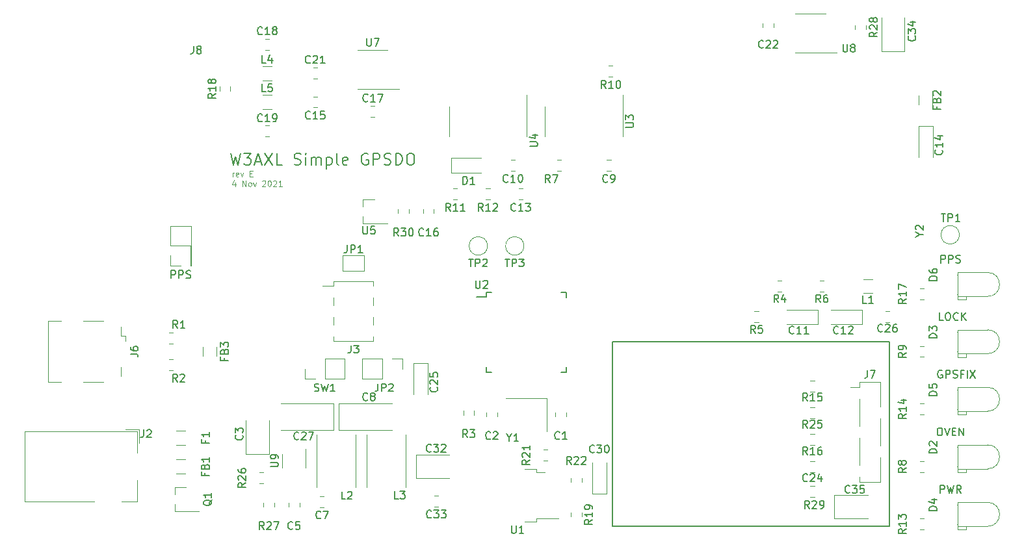
<source format=gbr>
%TF.GenerationSoftware,KiCad,Pcbnew,(5.1.9)-1*%
%TF.CreationDate,2021-11-11T08:41:06-06:00*%
%TF.ProjectId,simple-gpsdo,73696d70-6c65-42d6-9770-73646f2e6b69,E*%
%TF.SameCoordinates,Original*%
%TF.FileFunction,Legend,Top*%
%TF.FilePolarity,Positive*%
%FSLAX46Y46*%
G04 Gerber Fmt 4.6, Leading zero omitted, Abs format (unit mm)*
G04 Created by KiCad (PCBNEW (5.1.9)-1) date 2021-11-11 08:41:06*
%MOMM*%
%LPD*%
G01*
G04 APERTURE LIST*
%ADD10C,0.150000*%
%ADD11C,0.125000*%
%ADD12C,0.200000*%
%ADD13C,0.120000*%
G04 APERTURE END LIST*
D10*
X189011904Y-110952380D02*
X189011904Y-109952380D01*
X189392857Y-109952380D01*
X189488095Y-110000000D01*
X189535714Y-110047619D01*
X189583333Y-110142857D01*
X189583333Y-110285714D01*
X189535714Y-110380952D01*
X189488095Y-110428571D01*
X189392857Y-110476190D01*
X189011904Y-110476190D01*
X190011904Y-110952380D02*
X190011904Y-109952380D01*
X190392857Y-109952380D01*
X190488095Y-110000000D01*
X190535714Y-110047619D01*
X190583333Y-110142857D01*
X190583333Y-110285714D01*
X190535714Y-110380952D01*
X190488095Y-110428571D01*
X190392857Y-110476190D01*
X190011904Y-110476190D01*
X190964285Y-110904761D02*
X191107142Y-110952380D01*
X191345238Y-110952380D01*
X191440476Y-110904761D01*
X191488095Y-110857142D01*
X191535714Y-110761904D01*
X191535714Y-110666666D01*
X191488095Y-110571428D01*
X191440476Y-110523809D01*
X191345238Y-110476190D01*
X191154761Y-110428571D01*
X191059523Y-110380952D01*
X191011904Y-110333333D01*
X190964285Y-110238095D01*
X190964285Y-110142857D01*
X191011904Y-110047619D01*
X191059523Y-110000000D01*
X191154761Y-109952380D01*
X191392857Y-109952380D01*
X191535714Y-110000000D01*
D11*
X96759821Y-99714285D02*
X96759821Y-99214285D01*
X96759821Y-99357142D02*
X96795535Y-99285714D01*
X96831250Y-99250000D01*
X96902678Y-99214285D01*
X96974107Y-99214285D01*
X97509821Y-99678571D02*
X97438392Y-99714285D01*
X97295535Y-99714285D01*
X97224107Y-99678571D01*
X97188392Y-99607142D01*
X97188392Y-99321428D01*
X97224107Y-99250000D01*
X97295535Y-99214285D01*
X97438392Y-99214285D01*
X97509821Y-99250000D01*
X97545535Y-99321428D01*
X97545535Y-99392857D01*
X97188392Y-99464285D01*
X97795535Y-99214285D02*
X97974107Y-99714285D01*
X98152678Y-99214285D01*
X99009821Y-99321428D02*
X99259821Y-99321428D01*
X99366964Y-99714285D02*
X99009821Y-99714285D01*
X99009821Y-98964285D01*
X99366964Y-98964285D01*
X97081250Y-100464285D02*
X97081250Y-100964285D01*
X96902678Y-100178571D02*
X96724107Y-100714285D01*
X97188392Y-100714285D01*
X98045535Y-100964285D02*
X98045535Y-100214285D01*
X98474107Y-100964285D01*
X98474107Y-100214285D01*
X98938392Y-100964285D02*
X98866964Y-100928571D01*
X98831250Y-100892857D01*
X98795535Y-100821428D01*
X98795535Y-100607142D01*
X98831250Y-100535714D01*
X98866964Y-100500000D01*
X98938392Y-100464285D01*
X99045535Y-100464285D01*
X99116964Y-100500000D01*
X99152678Y-100535714D01*
X99188392Y-100607142D01*
X99188392Y-100821428D01*
X99152678Y-100892857D01*
X99116964Y-100928571D01*
X99045535Y-100964285D01*
X98938392Y-100964285D01*
X99438392Y-100464285D02*
X99616964Y-100964285D01*
X99795535Y-100464285D01*
X100616964Y-100285714D02*
X100652678Y-100250000D01*
X100724107Y-100214285D01*
X100902678Y-100214285D01*
X100974107Y-100250000D01*
X101009821Y-100285714D01*
X101045535Y-100357142D01*
X101045535Y-100428571D01*
X101009821Y-100535714D01*
X100581250Y-100964285D01*
X101045535Y-100964285D01*
X101509821Y-100214285D02*
X101581250Y-100214285D01*
X101652678Y-100250000D01*
X101688392Y-100285714D01*
X101724107Y-100357142D01*
X101759821Y-100500000D01*
X101759821Y-100678571D01*
X101724107Y-100821428D01*
X101688392Y-100892857D01*
X101652678Y-100928571D01*
X101581250Y-100964285D01*
X101509821Y-100964285D01*
X101438392Y-100928571D01*
X101402678Y-100892857D01*
X101366964Y-100821428D01*
X101331250Y-100678571D01*
X101331250Y-100500000D01*
X101366964Y-100357142D01*
X101402678Y-100285714D01*
X101438392Y-100250000D01*
X101509821Y-100214285D01*
X102045535Y-100285714D02*
X102081250Y-100250000D01*
X102152678Y-100214285D01*
X102331250Y-100214285D01*
X102402678Y-100250000D01*
X102438392Y-100285714D01*
X102474107Y-100357142D01*
X102474107Y-100428571D01*
X102438392Y-100535714D01*
X102009821Y-100964285D01*
X102474107Y-100964285D01*
X103188392Y-100964285D02*
X102759821Y-100964285D01*
X102974107Y-100964285D02*
X102974107Y-100214285D01*
X102902678Y-100321428D01*
X102831250Y-100392857D01*
X102759821Y-100428571D01*
D12*
X96500000Y-96678571D02*
X96857142Y-98178571D01*
X97142857Y-97107142D01*
X97428571Y-98178571D01*
X97785714Y-96678571D01*
X98214285Y-96678571D02*
X99142857Y-96678571D01*
X98642857Y-97250000D01*
X98857142Y-97250000D01*
X99000000Y-97321428D01*
X99071428Y-97392857D01*
X99142857Y-97535714D01*
X99142857Y-97892857D01*
X99071428Y-98035714D01*
X99000000Y-98107142D01*
X98857142Y-98178571D01*
X98428571Y-98178571D01*
X98285714Y-98107142D01*
X98214285Y-98035714D01*
X99714285Y-97750000D02*
X100428571Y-97750000D01*
X99571428Y-98178571D02*
X100071428Y-96678571D01*
X100571428Y-98178571D01*
X100928571Y-96678571D02*
X101928571Y-98178571D01*
X101928571Y-96678571D02*
X100928571Y-98178571D01*
X103214285Y-98178571D02*
X102500000Y-98178571D01*
X102500000Y-96678571D01*
X104785714Y-98107142D02*
X105000000Y-98178571D01*
X105357142Y-98178571D01*
X105500000Y-98107142D01*
X105571428Y-98035714D01*
X105642857Y-97892857D01*
X105642857Y-97750000D01*
X105571428Y-97607142D01*
X105500000Y-97535714D01*
X105357142Y-97464285D01*
X105071428Y-97392857D01*
X104928571Y-97321428D01*
X104857142Y-97250000D01*
X104785714Y-97107142D01*
X104785714Y-96964285D01*
X104857142Y-96821428D01*
X104928571Y-96750000D01*
X105071428Y-96678571D01*
X105428571Y-96678571D01*
X105642857Y-96750000D01*
X106285714Y-98178571D02*
X106285714Y-97178571D01*
X106285714Y-96678571D02*
X106214285Y-96750000D01*
X106285714Y-96821428D01*
X106357142Y-96750000D01*
X106285714Y-96678571D01*
X106285714Y-96821428D01*
X107000000Y-98178571D02*
X107000000Y-97178571D01*
X107000000Y-97321428D02*
X107071428Y-97250000D01*
X107214285Y-97178571D01*
X107428571Y-97178571D01*
X107571428Y-97250000D01*
X107642857Y-97392857D01*
X107642857Y-98178571D01*
X107642857Y-97392857D02*
X107714285Y-97250000D01*
X107857142Y-97178571D01*
X108071428Y-97178571D01*
X108214285Y-97250000D01*
X108285714Y-97392857D01*
X108285714Y-98178571D01*
X109000000Y-97178571D02*
X109000000Y-98678571D01*
X109000000Y-97250000D02*
X109142857Y-97178571D01*
X109428571Y-97178571D01*
X109571428Y-97250000D01*
X109642857Y-97321428D01*
X109714285Y-97464285D01*
X109714285Y-97892857D01*
X109642857Y-98035714D01*
X109571428Y-98107142D01*
X109428571Y-98178571D01*
X109142857Y-98178571D01*
X109000000Y-98107142D01*
X110571428Y-98178571D02*
X110428571Y-98107142D01*
X110357142Y-97964285D01*
X110357142Y-96678571D01*
X111714285Y-98107142D02*
X111571428Y-98178571D01*
X111285714Y-98178571D01*
X111142857Y-98107142D01*
X111071428Y-97964285D01*
X111071428Y-97392857D01*
X111142857Y-97250000D01*
X111285714Y-97178571D01*
X111571428Y-97178571D01*
X111714285Y-97250000D01*
X111785714Y-97392857D01*
X111785714Y-97535714D01*
X111071428Y-97678571D01*
X114357142Y-96750000D02*
X114214285Y-96678571D01*
X114000000Y-96678571D01*
X113785714Y-96750000D01*
X113642857Y-96892857D01*
X113571428Y-97035714D01*
X113500000Y-97321428D01*
X113500000Y-97535714D01*
X113571428Y-97821428D01*
X113642857Y-97964285D01*
X113785714Y-98107142D01*
X114000000Y-98178571D01*
X114142857Y-98178571D01*
X114357142Y-98107142D01*
X114428571Y-98035714D01*
X114428571Y-97535714D01*
X114142857Y-97535714D01*
X115071428Y-98178571D02*
X115071428Y-96678571D01*
X115642857Y-96678571D01*
X115785714Y-96750000D01*
X115857142Y-96821428D01*
X115928571Y-96964285D01*
X115928571Y-97178571D01*
X115857142Y-97321428D01*
X115785714Y-97392857D01*
X115642857Y-97464285D01*
X115071428Y-97464285D01*
X116500000Y-98107142D02*
X116714285Y-98178571D01*
X117071428Y-98178571D01*
X117214285Y-98107142D01*
X117285714Y-98035714D01*
X117357142Y-97892857D01*
X117357142Y-97750000D01*
X117285714Y-97607142D01*
X117214285Y-97535714D01*
X117071428Y-97464285D01*
X116785714Y-97392857D01*
X116642857Y-97321428D01*
X116571428Y-97250000D01*
X116500000Y-97107142D01*
X116500000Y-96964285D01*
X116571428Y-96821428D01*
X116642857Y-96750000D01*
X116785714Y-96678571D01*
X117142857Y-96678571D01*
X117357142Y-96750000D01*
X118000000Y-98178571D02*
X118000000Y-96678571D01*
X118357142Y-96678571D01*
X118571428Y-96750000D01*
X118714285Y-96892857D01*
X118785714Y-97035714D01*
X118857142Y-97321428D01*
X118857142Y-97535714D01*
X118785714Y-97821428D01*
X118714285Y-97964285D01*
X118571428Y-98107142D01*
X118357142Y-98178571D01*
X118000000Y-98178571D01*
X119785714Y-96678571D02*
X120071428Y-96678571D01*
X120214285Y-96750000D01*
X120357142Y-96892857D01*
X120428571Y-97178571D01*
X120428571Y-97678571D01*
X120357142Y-97964285D01*
X120214285Y-98107142D01*
X120071428Y-98178571D01*
X119785714Y-98178571D01*
X119642857Y-98107142D01*
X119500000Y-97964285D01*
X119428571Y-97678571D01*
X119428571Y-97178571D01*
X119500000Y-96892857D01*
X119642857Y-96750000D01*
X119785714Y-96678571D01*
D10*
X182250000Y-145250000D02*
X182250000Y-121250000D01*
X146250000Y-145250000D02*
X182250000Y-145250000D01*
X146250000Y-121250000D02*
X146250000Y-145250000D01*
X182250000Y-121250000D02*
X146250000Y-121250000D01*
X88761904Y-112952380D02*
X88761904Y-111952380D01*
X89142857Y-111952380D01*
X89238095Y-112000000D01*
X89285714Y-112047619D01*
X89333333Y-112142857D01*
X89333333Y-112285714D01*
X89285714Y-112380952D01*
X89238095Y-112428571D01*
X89142857Y-112476190D01*
X88761904Y-112476190D01*
X89761904Y-112952380D02*
X89761904Y-111952380D01*
X90142857Y-111952380D01*
X90238095Y-112000000D01*
X90285714Y-112047619D01*
X90333333Y-112142857D01*
X90333333Y-112285714D01*
X90285714Y-112380952D01*
X90238095Y-112428571D01*
X90142857Y-112476190D01*
X89761904Y-112476190D01*
X90714285Y-112904761D02*
X90857142Y-112952380D01*
X91095238Y-112952380D01*
X91190476Y-112904761D01*
X91238095Y-112857142D01*
X91285714Y-112761904D01*
X91285714Y-112666666D01*
X91238095Y-112571428D01*
X91190476Y-112523809D01*
X91095238Y-112476190D01*
X90904761Y-112428571D01*
X90809523Y-112380952D01*
X90761904Y-112333333D01*
X90714285Y-112238095D01*
X90714285Y-112142857D01*
X90761904Y-112047619D01*
X90809523Y-112000000D01*
X90904761Y-111952380D01*
X91142857Y-111952380D01*
X91285714Y-112000000D01*
X189285714Y-118452380D02*
X188809523Y-118452380D01*
X188809523Y-117452380D01*
X189809523Y-117452380D02*
X190000000Y-117452380D01*
X190095238Y-117500000D01*
X190190476Y-117595238D01*
X190238095Y-117785714D01*
X190238095Y-118119047D01*
X190190476Y-118309523D01*
X190095238Y-118404761D01*
X190000000Y-118452380D01*
X189809523Y-118452380D01*
X189714285Y-118404761D01*
X189619047Y-118309523D01*
X189571428Y-118119047D01*
X189571428Y-117785714D01*
X189619047Y-117595238D01*
X189714285Y-117500000D01*
X189809523Y-117452380D01*
X191238095Y-118357142D02*
X191190476Y-118404761D01*
X191047619Y-118452380D01*
X190952380Y-118452380D01*
X190809523Y-118404761D01*
X190714285Y-118309523D01*
X190666666Y-118214285D01*
X190619047Y-118023809D01*
X190619047Y-117880952D01*
X190666666Y-117690476D01*
X190714285Y-117595238D01*
X190809523Y-117500000D01*
X190952380Y-117452380D01*
X191047619Y-117452380D01*
X191190476Y-117500000D01*
X191238095Y-117547619D01*
X191666666Y-118452380D02*
X191666666Y-117452380D01*
X192238095Y-118452380D02*
X191809523Y-117880952D01*
X192238095Y-117452380D02*
X191666666Y-118023809D01*
X189142857Y-125000000D02*
X189047619Y-124952380D01*
X188904761Y-124952380D01*
X188761904Y-125000000D01*
X188666666Y-125095238D01*
X188619047Y-125190476D01*
X188571428Y-125380952D01*
X188571428Y-125523809D01*
X188619047Y-125714285D01*
X188666666Y-125809523D01*
X188761904Y-125904761D01*
X188904761Y-125952380D01*
X189000000Y-125952380D01*
X189142857Y-125904761D01*
X189190476Y-125857142D01*
X189190476Y-125523809D01*
X189000000Y-125523809D01*
X189619047Y-125952380D02*
X189619047Y-124952380D01*
X190000000Y-124952380D01*
X190095238Y-125000000D01*
X190142857Y-125047619D01*
X190190476Y-125142857D01*
X190190476Y-125285714D01*
X190142857Y-125380952D01*
X190095238Y-125428571D01*
X190000000Y-125476190D01*
X189619047Y-125476190D01*
X190571428Y-125904761D02*
X190714285Y-125952380D01*
X190952380Y-125952380D01*
X191047619Y-125904761D01*
X191095238Y-125857142D01*
X191142857Y-125761904D01*
X191142857Y-125666666D01*
X191095238Y-125571428D01*
X191047619Y-125523809D01*
X190952380Y-125476190D01*
X190761904Y-125428571D01*
X190666666Y-125380952D01*
X190619047Y-125333333D01*
X190571428Y-125238095D01*
X190571428Y-125142857D01*
X190619047Y-125047619D01*
X190666666Y-125000000D01*
X190761904Y-124952380D01*
X191000000Y-124952380D01*
X191142857Y-125000000D01*
X191904761Y-125428571D02*
X191571428Y-125428571D01*
X191571428Y-125952380D02*
X191571428Y-124952380D01*
X192047619Y-124952380D01*
X192428571Y-125952380D02*
X192428571Y-124952380D01*
X192809523Y-124952380D02*
X193476190Y-125952380D01*
X193476190Y-124952380D02*
X192809523Y-125952380D01*
X188750000Y-132452380D02*
X188940476Y-132452380D01*
X189035714Y-132500000D01*
X189130952Y-132595238D01*
X189178571Y-132785714D01*
X189178571Y-133119047D01*
X189130952Y-133309523D01*
X189035714Y-133404761D01*
X188940476Y-133452380D01*
X188750000Y-133452380D01*
X188654761Y-133404761D01*
X188559523Y-133309523D01*
X188511904Y-133119047D01*
X188511904Y-132785714D01*
X188559523Y-132595238D01*
X188654761Y-132500000D01*
X188750000Y-132452380D01*
X189464285Y-132452380D02*
X189797619Y-133452380D01*
X190130952Y-132452380D01*
X190464285Y-132928571D02*
X190797619Y-132928571D01*
X190940476Y-133452380D02*
X190464285Y-133452380D01*
X190464285Y-132452380D01*
X190940476Y-132452380D01*
X191369047Y-133452380D02*
X191369047Y-132452380D01*
X191940476Y-133452380D01*
X191940476Y-132452380D01*
X188916666Y-140952380D02*
X188916666Y-139952380D01*
X189297619Y-139952380D01*
X189392857Y-140000000D01*
X189440476Y-140047619D01*
X189488095Y-140142857D01*
X189488095Y-140285714D01*
X189440476Y-140380952D01*
X189392857Y-140428571D01*
X189297619Y-140476190D01*
X188916666Y-140476190D01*
X189821428Y-139952380D02*
X190059523Y-140952380D01*
X190250000Y-140238095D01*
X190440476Y-140952380D01*
X190678571Y-139952380D01*
X191630952Y-140952380D02*
X191297619Y-140476190D01*
X191059523Y-140952380D02*
X191059523Y-139952380D01*
X191440476Y-139952380D01*
X191535714Y-140000000D01*
X191583333Y-140047619D01*
X191630952Y-140142857D01*
X191630952Y-140285714D01*
X191583333Y-140380952D01*
X191535714Y-140428571D01*
X191440476Y-140476190D01*
X191059523Y-140476190D01*
%TO.C,U2*%
X129825000Y-114825000D02*
X129825000Y-115400000D01*
X140175000Y-114825000D02*
X140175000Y-115500000D01*
X140175000Y-125175000D02*
X140175000Y-124500000D01*
X129825000Y-125175000D02*
X129825000Y-124500000D01*
X129825000Y-114825000D02*
X130500000Y-114825000D01*
X129825000Y-125175000D02*
X130500000Y-125175000D01*
X140175000Y-125175000D02*
X139500000Y-125175000D01*
X140175000Y-114825000D02*
X139500000Y-114825000D01*
X129825000Y-115400000D02*
X128550000Y-115400000D01*
D13*
%TO.C,U3*%
X147560000Y-92500000D02*
X147560000Y-89050000D01*
X147560000Y-92500000D02*
X147560000Y-94450000D01*
X137440000Y-92500000D02*
X137440000Y-90550000D01*
X137440000Y-92500000D02*
X137440000Y-94450000D01*
%TO.C,C1*%
X140210000Y-131011252D02*
X140210000Y-130488748D01*
X138790000Y-131011252D02*
X138790000Y-130488748D01*
%TO.C,C2*%
X131210000Y-130488748D02*
X131210000Y-131011252D01*
X129790000Y-130488748D02*
X129790000Y-131011252D01*
%TO.C,C9*%
X145488748Y-97540000D02*
X146011252Y-97540000D01*
X145488748Y-98960000D02*
X146011252Y-98960000D01*
%TO.C,C10*%
X132988748Y-98960000D02*
X133511252Y-98960000D01*
X132988748Y-97540000D02*
X133511252Y-97540000D01*
%TO.C,C13*%
X134511252Y-101290000D02*
X133988748Y-101290000D01*
X134511252Y-102710000D02*
X133988748Y-102710000D01*
%TO.C,C17*%
X114738748Y-90540000D02*
X115261252Y-90540000D01*
X114738748Y-91960000D02*
X115261252Y-91960000D01*
%TO.C,C21*%
X107238748Y-85540000D02*
X107761252Y-85540000D01*
X107238748Y-86960000D02*
X107761252Y-86960000D01*
%TO.C,D1*%
X125250000Y-97250000D02*
X125250000Y-99250000D01*
X125250000Y-99250000D02*
X129150000Y-99250000D01*
X125250000Y-97250000D02*
X129150000Y-97250000D01*
%TO.C,F1*%
X90602064Y-134660000D02*
X89397936Y-134660000D01*
X90602064Y-132840000D02*
X89397936Y-132840000D01*
%TO.C,J2*%
X78700000Y-142100000D02*
X69700000Y-142100000D01*
X69700000Y-142100000D02*
X69700000Y-132900000D01*
X69700000Y-132900000D02*
X84300000Y-132900000D01*
X84300000Y-132900000D02*
X84300000Y-135700000D01*
X84300000Y-139300000D02*
X84300000Y-142100000D01*
X84300000Y-142100000D02*
X82300000Y-142100000D01*
X82800000Y-132660000D02*
X84540000Y-132660000D01*
X84540000Y-132660000D02*
X84540000Y-134400000D01*
%TO.C,J3*%
X109900000Y-113380000D02*
X115100000Y-113380000D01*
X109900000Y-121120000D02*
X115100000Y-121120000D01*
X108460000Y-113950000D02*
X109900000Y-113950000D01*
X109900000Y-113380000D02*
X109900000Y-113950000D01*
X115100000Y-113380000D02*
X115100000Y-113950000D01*
X109900000Y-120550000D02*
X109900000Y-121120000D01*
X115100000Y-120550000D02*
X115100000Y-121120000D01*
X109900000Y-115470000D02*
X109900000Y-116490000D01*
X115100000Y-115470000D02*
X115100000Y-116490000D01*
X109900000Y-118010000D02*
X109900000Y-119030000D01*
X115100000Y-118010000D02*
X115100000Y-119030000D01*
%TO.C,JP1*%
X111100000Y-112000000D02*
X111100000Y-110000000D01*
X113900000Y-112000000D02*
X111100000Y-112000000D01*
X113900000Y-110000000D02*
X113900000Y-112000000D01*
X111100000Y-110000000D02*
X113900000Y-110000000D01*
%TO.C,R1*%
X89011252Y-120040000D02*
X88488748Y-120040000D01*
X89011252Y-121460000D02*
X88488748Y-121460000D01*
%TO.C,R2*%
X88488748Y-123540000D02*
X89011252Y-123540000D01*
X88488748Y-124960000D02*
X89011252Y-124960000D01*
%TO.C,R3*%
X128210000Y-130761252D02*
X128210000Y-130238748D01*
X126790000Y-130761252D02*
X126790000Y-130238748D01*
%TO.C,R8*%
X186786252Y-136790000D02*
X186263748Y-136790000D01*
X186786252Y-138210000D02*
X186263748Y-138210000D01*
%TO.C,R9*%
X186786252Y-121790000D02*
X186263748Y-121790000D01*
X186786252Y-123210000D02*
X186263748Y-123210000D01*
%TO.C,R11*%
X125488748Y-101290000D02*
X126011252Y-101290000D01*
X125488748Y-102710000D02*
X126011252Y-102710000D01*
%TO.C,R12*%
X129738748Y-102710000D02*
X130261252Y-102710000D01*
X129738748Y-101290000D02*
X130261252Y-101290000D01*
%TO.C,R13*%
X186786252Y-144290000D02*
X186263748Y-144290000D01*
X186786252Y-145710000D02*
X186263748Y-145710000D01*
%TO.C,R14*%
X186786252Y-130710000D02*
X186263748Y-130710000D01*
X186786252Y-129290000D02*
X186263748Y-129290000D01*
%TO.C,U4*%
X124940000Y-92500000D02*
X124940000Y-94450000D01*
X124940000Y-92500000D02*
X124940000Y-90550000D01*
X135060000Y-92500000D02*
X135060000Y-94450000D01*
X135060000Y-92500000D02*
X135060000Y-89050000D01*
%TO.C,U7*%
X115000000Y-88310000D02*
X118450000Y-88310000D01*
X115000000Y-88310000D02*
X113050000Y-88310000D01*
X115000000Y-83190000D02*
X116950000Y-83190000D01*
X115000000Y-83190000D02*
X113050000Y-83190000D01*
%TO.C,C5*%
X104040000Y-142761252D02*
X104040000Y-142238748D01*
X105460000Y-142761252D02*
X105460000Y-142238748D01*
%TO.C,C7*%
X108138748Y-141390000D02*
X108661252Y-141390000D01*
X108138748Y-142810000D02*
X108661252Y-142810000D01*
%TO.C,C22*%
X167210000Y-79738748D02*
X167210000Y-80261252D01*
X165790000Y-79738748D02*
X165790000Y-80261252D01*
%TO.C,C24*%
X171988748Y-136790000D02*
X172511252Y-136790000D01*
X171988748Y-138210000D02*
X172511252Y-138210000D01*
%TO.C,C26*%
X182286252Y-117290000D02*
X181763748Y-117290000D01*
X182286252Y-118710000D02*
X181763748Y-118710000D01*
%TO.C,FB1*%
X89397936Y-138410000D02*
X90602064Y-138410000D01*
X89397936Y-136590000D02*
X90602064Y-136590000D01*
%TO.C,FB2*%
X186090000Y-90364564D02*
X186090000Y-89160436D01*
X187910000Y-90364564D02*
X187910000Y-89160436D01*
%TO.C,J7*%
X177210000Y-127160000D02*
X178420000Y-127160000D01*
X178420000Y-138840000D02*
X178420000Y-139510000D01*
X178420000Y-133760000D02*
X178420000Y-137320000D01*
X178420000Y-128680000D02*
X178420000Y-132240000D01*
X178420000Y-126490000D02*
X178420000Y-127160000D01*
X178420000Y-139510000D02*
X181080000Y-139510000D01*
X181080000Y-136300000D02*
X181080000Y-139510000D01*
X181080000Y-131220000D02*
X181080000Y-134780000D01*
X181080000Y-126490000D02*
X181080000Y-129700000D01*
X178420000Y-126490000D02*
X181080000Y-126490000D01*
%TO.C,JP2*%
X118830000Y-123420000D02*
X118830000Y-124750000D01*
X117500000Y-123420000D02*
X118830000Y-123420000D01*
X116230000Y-123420000D02*
X116230000Y-126080000D01*
X116230000Y-126080000D02*
X113630000Y-126080000D01*
X116230000Y-123420000D02*
X113630000Y-123420000D01*
X113630000Y-123420000D02*
X113630000Y-126080000D01*
%TO.C,L1*%
X178910436Y-114910000D02*
X180114564Y-114910000D01*
X178910436Y-113090000D02*
X180114564Y-113090000D01*
%TO.C,R4*%
X168261252Y-113290000D02*
X167738748Y-113290000D01*
X168261252Y-114710000D02*
X167738748Y-114710000D01*
%TO.C,R5*%
X165236252Y-118710000D02*
X164713748Y-118710000D01*
X165236252Y-117290000D02*
X164713748Y-117290000D01*
%TO.C,R6*%
X173761252Y-113290000D02*
X173238748Y-113290000D01*
X173761252Y-114710000D02*
X173238748Y-114710000D01*
%TO.C,R7*%
X139511252Y-98960000D02*
X138988748Y-98960000D01*
X139511252Y-97540000D02*
X138988748Y-97540000D01*
%TO.C,R10*%
X145738748Y-86710000D02*
X146261252Y-86710000D01*
X145738748Y-85290000D02*
X146261252Y-85290000D01*
%TO.C,R15*%
X171988748Y-126290000D02*
X172511252Y-126290000D01*
X171988748Y-127710000D02*
X172511252Y-127710000D01*
%TO.C,R16*%
X171988748Y-133290000D02*
X172511252Y-133290000D01*
X171988748Y-134710000D02*
X172511252Y-134710000D01*
%TO.C,R25*%
X171988748Y-131210000D02*
X172511252Y-131210000D01*
X171988748Y-129790000D02*
X172511252Y-129790000D01*
%TO.C,TP1*%
X191400000Y-107300000D02*
G75*
G03*
X191400000Y-107300000I-1200000J0D01*
G01*
%TO.C,TP2*%
X129950000Y-108750000D02*
G75*
G03*
X129950000Y-108750000I-1200000J0D01*
G01*
%TO.C,TP3*%
X134700000Y-108750000D02*
G75*
G03*
X134700000Y-108750000I-1200000J0D01*
G01*
%TO.C,U8*%
X172000000Y-83560000D02*
X175450000Y-83560000D01*
X172000000Y-83560000D02*
X170050000Y-83560000D01*
X172000000Y-78440000D02*
X173950000Y-78440000D01*
X172000000Y-78440000D02*
X170050000Y-78440000D01*
%TO.C,Y1*%
X137700000Y-128600000D02*
X132300000Y-128600000D01*
X137700000Y-132900000D02*
X137700000Y-128600000D01*
%TO.C,R26*%
X100761252Y-138290000D02*
X100238748Y-138290000D01*
X100761252Y-139710000D02*
X100238748Y-139710000D01*
%TO.C,R27*%
X102210000Y-142238748D02*
X102210000Y-142761252D01*
X100790000Y-142238748D02*
X100790000Y-142761252D01*
%TO.C,U9*%
X106260000Y-137630000D02*
X106260000Y-135200000D01*
X103190000Y-135870000D02*
X103190000Y-137630000D01*
%TO.C,L2*%
X112800000Y-140200000D02*
X112800000Y-133300000D01*
X107700000Y-140200000D02*
X107700000Y-133300000D01*
%TO.C,C33*%
X123511252Y-141290000D02*
X122988748Y-141290000D01*
X123511252Y-142710000D02*
X122988748Y-142710000D01*
%TO.C,L3*%
X119300000Y-140200000D02*
X119300000Y-133300000D01*
X114200000Y-140200000D02*
X114200000Y-133300000D01*
%TO.C,Q1*%
X89240000Y-140170000D02*
X89240000Y-141100000D01*
X89240000Y-143330000D02*
X89240000Y-142400000D01*
X89240000Y-143330000D02*
X92400000Y-143330000D01*
X89240000Y-140170000D02*
X90700000Y-140170000D01*
%TO.C,J1*%
X91330000Y-111330000D02*
X91330000Y-106130000D01*
X91270000Y-111330000D02*
X91330000Y-111330000D01*
X88670000Y-106130000D02*
X91330000Y-106130000D01*
X91270000Y-111330000D02*
X91270000Y-108730000D01*
X91270000Y-108730000D02*
X88670000Y-108730000D01*
X88670000Y-108730000D02*
X88670000Y-106130000D01*
X90000000Y-111330000D02*
X88670000Y-111330000D01*
X88670000Y-111330000D02*
X88670000Y-110000000D01*
%TO.C,R28*%
X177790000Y-80511252D02*
X177790000Y-79988748D01*
X179210000Y-80511252D02*
X179210000Y-79988748D01*
%TO.C,R29*%
X171988748Y-141460000D02*
X172511252Y-141460000D01*
X171988748Y-140040000D02*
X172511252Y-140040000D01*
%TO.C,FB3*%
X92840000Y-121897936D02*
X92840000Y-123102064D01*
X94660000Y-121897936D02*
X94660000Y-123102064D01*
%TO.C,J6*%
X72740000Y-126460000D02*
X74400000Y-126460000D01*
X72740000Y-118540000D02*
X72740000Y-126460000D01*
X74400000Y-118540000D02*
X72740000Y-118540000D01*
X82210000Y-124550000D02*
X82210000Y-125700000D01*
X82800000Y-120450000D02*
X82800000Y-121150000D01*
X82210000Y-120450000D02*
X82800000Y-120450000D01*
X82210000Y-119300000D02*
X82210000Y-120450000D01*
X79900000Y-126460000D02*
X77300000Y-126460000D01*
X77300000Y-118540000D02*
X79900000Y-118540000D01*
%TO.C,SW1*%
X106170000Y-126080000D02*
X106170000Y-124750000D01*
X107500000Y-126080000D02*
X106170000Y-126080000D01*
X108770000Y-126080000D02*
X108770000Y-123420000D01*
X108770000Y-123420000D02*
X111370000Y-123420000D01*
X108770000Y-126080000D02*
X111370000Y-126080000D01*
X111370000Y-126080000D02*
X111370000Y-123420000D01*
%TO.C,R17*%
X186761252Y-114290000D02*
X186238748Y-114290000D01*
X186761252Y-115710000D02*
X186238748Y-115710000D01*
%TO.C,C3*%
X101510000Y-135885000D02*
X101510000Y-131500000D01*
X98490000Y-135885000D02*
X101510000Y-135885000D01*
X98490000Y-131500000D02*
X98490000Y-135885000D01*
%TO.C,C8*%
X117500000Y-129290000D02*
X110565000Y-129290000D01*
X110565000Y-129290000D02*
X110565000Y-132710000D01*
X110565000Y-132710000D02*
X117500000Y-132710000D01*
%TO.C,C27*%
X109935000Y-129290000D02*
X103000000Y-129290000D01*
X109935000Y-132710000D02*
X109935000Y-129290000D01*
X103000000Y-132710000D02*
X109935000Y-132710000D01*
%TO.C,C32*%
X120615000Y-139010000D02*
X125000000Y-139010000D01*
X120615000Y-135990000D02*
X120615000Y-139010000D01*
X125000000Y-135990000D02*
X120615000Y-135990000D01*
%TO.C,C34*%
X181240000Y-79000000D02*
X181240000Y-83385000D01*
X181240000Y-83385000D02*
X184260000Y-83385000D01*
X184260000Y-83385000D02*
X184260000Y-79000000D01*
%TO.C,C35*%
X179500000Y-141240000D02*
X175115000Y-141240000D01*
X175115000Y-141240000D02*
X175115000Y-144260000D01*
X175115000Y-144260000D02*
X179500000Y-144260000D01*
%TO.C,C11*%
X168900000Y-118935000D02*
X172985000Y-118935000D01*
X172985000Y-118935000D02*
X172985000Y-117065000D01*
X172985000Y-117065000D02*
X168900000Y-117065000D01*
%TO.C,C12*%
X178760001Y-117065000D02*
X174675001Y-117065000D01*
X178760001Y-118935000D02*
X178760001Y-117065000D01*
X174675001Y-118935000D02*
X178760001Y-118935000D01*
%TO.C,C14*%
X186065000Y-93115000D02*
X186065000Y-97200000D01*
X187935000Y-93115000D02*
X186065000Y-93115000D01*
X187935000Y-97200000D02*
X187935000Y-93115000D01*
%TO.C,C25*%
X122185000Y-128112500D02*
X122185000Y-124027500D01*
X122185000Y-124027500D02*
X120315000Y-124027500D01*
X120315000Y-124027500D02*
X120315000Y-128112500D01*
%TO.C,C30*%
X143565000Y-136962500D02*
X143565000Y-141047500D01*
X143565000Y-141047500D02*
X145435000Y-141047500D01*
X145435000Y-141047500D02*
X145435000Y-136962500D01*
%TO.C,R19*%
X140790000Y-143513748D02*
X140790000Y-144036252D01*
X142210000Y-143513748D02*
X142210000Y-144036252D01*
%TO.C,R21*%
X137761252Y-136710000D02*
X137238748Y-136710000D01*
X137761252Y-135290000D02*
X137238748Y-135290000D01*
%TO.C,R22*%
X142210000Y-138988748D02*
X142210000Y-139511252D01*
X140790000Y-138988748D02*
X140790000Y-139511252D01*
%TO.C,U1*%
X134820000Y-144700000D02*
X136320000Y-144700000D01*
X136320000Y-144700000D02*
X136320000Y-144230000D01*
X136320000Y-144230000D02*
X139150000Y-144230000D01*
X134820000Y-137800000D02*
X136320000Y-137800000D01*
X136320000Y-137800000D02*
X136320000Y-138270000D01*
X136320000Y-138270000D02*
X137420000Y-138270000D01*
%TO.C,R30*%
X118290000Y-104511252D02*
X118290000Y-103988748D01*
X119710000Y-104511252D02*
X119710000Y-103988748D01*
%TO.C,C16*%
X122960000Y-103988748D02*
X122960000Y-104511252D01*
X121540000Y-103988748D02*
X121540000Y-104511252D01*
%TO.C,C15*%
X107761252Y-90710000D02*
X107238748Y-90710000D01*
X107761252Y-89290000D02*
X107238748Y-89290000D01*
%TO.C,C18*%
X101511252Y-81790000D02*
X100988748Y-81790000D01*
X101511252Y-83210000D02*
X100988748Y-83210000D01*
%TO.C,L4*%
X100647936Y-85340000D02*
X101852064Y-85340000D01*
X100647936Y-87160000D02*
X101852064Y-87160000D01*
%TO.C,C19*%
X100988748Y-94460000D02*
X101511252Y-94460000D01*
X100988748Y-93040000D02*
X101511252Y-93040000D01*
%TO.C,L5*%
X100647936Y-90910000D02*
X101852064Y-90910000D01*
X100647936Y-89090000D02*
X101852064Y-89090000D01*
%TO.C,R18*%
X96460000Y-88511252D02*
X96460000Y-87988748D01*
X95040000Y-88511252D02*
X95040000Y-87988748D01*
%TO.C,U5*%
X113740000Y-102670000D02*
X115200000Y-102670000D01*
X113740000Y-105830000D02*
X116900000Y-105830000D01*
X113740000Y-105830000D02*
X113740000Y-104900000D01*
X113740000Y-102670000D02*
X113740000Y-103600000D01*
%TO.C,D2*%
X191080000Y-134960000D02*
X191080000Y-134960000D01*
X191210000Y-134960000D02*
X191080000Y-134960000D01*
X191210000Y-134960000D02*
X191210000Y-134960000D01*
X191080000Y-134960000D02*
X191210000Y-134960000D01*
X191080000Y-137500000D02*
X191080000Y-137500000D01*
X191210000Y-137500000D02*
X191080000Y-137500000D01*
X191210000Y-137500000D02*
X191210000Y-137500000D01*
X191080000Y-137500000D02*
X191210000Y-137500000D01*
X192290000Y-137830000D02*
X192290000Y-138230000D01*
X192330000Y-134670000D02*
X191210000Y-134670000D01*
X191170000Y-138230000D02*
X191170000Y-137830000D01*
X192290000Y-138230000D02*
X191170000Y-138230000D01*
X191210000Y-137790000D02*
X191210000Y-134670000D01*
X191210000Y-134670000D02*
X195070000Y-134670000D01*
X191210000Y-137790000D02*
X195070000Y-137790000D01*
X195070000Y-134670000D02*
G75*
G02*
X195070000Y-137790000I0J-1560000D01*
G01*
%TO.C,D3*%
X191210000Y-122790000D02*
X195070000Y-122790000D01*
X191210000Y-119670000D02*
X195070000Y-119670000D01*
X191210000Y-122790000D02*
X191210000Y-119670000D01*
X192290000Y-123230000D02*
X191170000Y-123230000D01*
X191170000Y-123230000D02*
X191170000Y-122830000D01*
X192330000Y-119670000D02*
X191210000Y-119670000D01*
X192290000Y-122830000D02*
X192290000Y-123230000D01*
X191080000Y-122500000D02*
X191210000Y-122500000D01*
X191210000Y-122500000D02*
X191210000Y-122500000D01*
X191210000Y-122500000D02*
X191080000Y-122500000D01*
X191080000Y-122500000D02*
X191080000Y-122500000D01*
X191080000Y-119960000D02*
X191210000Y-119960000D01*
X191210000Y-119960000D02*
X191210000Y-119960000D01*
X191210000Y-119960000D02*
X191080000Y-119960000D01*
X191080000Y-119960000D02*
X191080000Y-119960000D01*
X195070000Y-119670000D02*
G75*
G02*
X195070000Y-122790000I0J-1560000D01*
G01*
%TO.C,D4*%
X191210000Y-145290000D02*
X195070000Y-145290000D01*
X191210000Y-142170000D02*
X195070000Y-142170000D01*
X191210000Y-145290000D02*
X191210000Y-142170000D01*
X192290000Y-145730000D02*
X191170000Y-145730000D01*
X191170000Y-145730000D02*
X191170000Y-145330000D01*
X192330000Y-142170000D02*
X191210000Y-142170000D01*
X192290000Y-145330000D02*
X192290000Y-145730000D01*
X191080000Y-145000000D02*
X191210000Y-145000000D01*
X191210000Y-145000000D02*
X191210000Y-145000000D01*
X191210000Y-145000000D02*
X191080000Y-145000000D01*
X191080000Y-145000000D02*
X191080000Y-145000000D01*
X191080000Y-142460000D02*
X191210000Y-142460000D01*
X191210000Y-142460000D02*
X191210000Y-142460000D01*
X191210000Y-142460000D02*
X191080000Y-142460000D01*
X191080000Y-142460000D02*
X191080000Y-142460000D01*
X195070000Y-142170000D02*
G75*
G02*
X195070000Y-145290000I0J-1560000D01*
G01*
%TO.C,D5*%
X191080000Y-127460000D02*
X191080000Y-127460000D01*
X191210000Y-127460000D02*
X191080000Y-127460000D01*
X191210000Y-127460000D02*
X191210000Y-127460000D01*
X191080000Y-127460000D02*
X191210000Y-127460000D01*
X191080000Y-130000000D02*
X191080000Y-130000000D01*
X191210000Y-130000000D02*
X191080000Y-130000000D01*
X191210000Y-130000000D02*
X191210000Y-130000000D01*
X191080000Y-130000000D02*
X191210000Y-130000000D01*
X192290000Y-130330000D02*
X192290000Y-130730000D01*
X192330000Y-127170000D02*
X191210000Y-127170000D01*
X191170000Y-130730000D02*
X191170000Y-130330000D01*
X192290000Y-130730000D02*
X191170000Y-130730000D01*
X191210000Y-130290000D02*
X191210000Y-127170000D01*
X191210000Y-127170000D02*
X195070000Y-127170000D01*
X191210000Y-130290000D02*
X195070000Y-130290000D01*
X195070000Y-127170000D02*
G75*
G02*
X195070000Y-130290000I0J-1560000D01*
G01*
%TO.C,D6*%
X191080000Y-112500000D02*
X191080000Y-112500000D01*
X191210000Y-112500000D02*
X191080000Y-112500000D01*
X191210000Y-112500000D02*
X191210000Y-112500000D01*
X191080000Y-112500000D02*
X191210000Y-112500000D01*
X191080000Y-115040000D02*
X191080000Y-115040000D01*
X191210000Y-115040000D02*
X191080000Y-115040000D01*
X191210000Y-115040000D02*
X191210000Y-115040000D01*
X191080000Y-115040000D02*
X191210000Y-115040000D01*
X192290000Y-115370000D02*
X192290000Y-115770000D01*
X192330000Y-112210000D02*
X191210000Y-112210000D01*
X191170000Y-115770000D02*
X191170000Y-115370000D01*
X192290000Y-115770000D02*
X191170000Y-115770000D01*
X191210000Y-115330000D02*
X191210000Y-112210000D01*
X191210000Y-112210000D02*
X195070000Y-112210000D01*
X191210000Y-115330000D02*
X195070000Y-115330000D01*
X195070000Y-112210000D02*
G75*
G02*
X195070000Y-115330000I0J-1560000D01*
G01*
%TO.C,U2*%
D10*
X128404464Y-113265196D02*
X128404464Y-114074720D01*
X128452083Y-114169958D01*
X128499702Y-114217577D01*
X128594940Y-114265196D01*
X128785416Y-114265196D01*
X128880654Y-114217577D01*
X128928273Y-114169958D01*
X128975892Y-114074720D01*
X128975892Y-113265196D01*
X129404464Y-113360435D02*
X129452083Y-113312816D01*
X129547321Y-113265196D01*
X129785416Y-113265196D01*
X129880654Y-113312816D01*
X129928273Y-113360435D01*
X129975892Y-113455673D01*
X129975892Y-113550911D01*
X129928273Y-113693768D01*
X129356845Y-114265196D01*
X129975892Y-114265196D01*
%TO.C,Y2*%
X186226190Y-107226190D02*
X186702380Y-107226190D01*
X185702380Y-107559523D02*
X186226190Y-107226190D01*
X185702380Y-106892857D01*
X185797619Y-106607142D02*
X185750000Y-106559523D01*
X185702380Y-106464285D01*
X185702380Y-106226190D01*
X185750000Y-106130952D01*
X185797619Y-106083333D01*
X185892857Y-106035714D01*
X185988095Y-106035714D01*
X186130952Y-106083333D01*
X186702380Y-106654761D01*
X186702380Y-106035714D01*
%TO.C,U3*%
X147952380Y-93261904D02*
X148761904Y-93261904D01*
X148857142Y-93214285D01*
X148904761Y-93166666D01*
X148952380Y-93071428D01*
X148952380Y-92880952D01*
X148904761Y-92785714D01*
X148857142Y-92738095D01*
X148761904Y-92690476D01*
X147952380Y-92690476D01*
X147952380Y-92309523D02*
X147952380Y-91690476D01*
X148333333Y-92023809D01*
X148333333Y-91880952D01*
X148380952Y-91785714D01*
X148428571Y-91738095D01*
X148523809Y-91690476D01*
X148761904Y-91690476D01*
X148857142Y-91738095D01*
X148904761Y-91785714D01*
X148952380Y-91880952D01*
X148952380Y-92166666D01*
X148904761Y-92261904D01*
X148857142Y-92309523D01*
%TO.C,C1*%
X139333333Y-133857142D02*
X139285714Y-133904761D01*
X139142857Y-133952380D01*
X139047619Y-133952380D01*
X138904761Y-133904761D01*
X138809523Y-133809523D01*
X138761904Y-133714285D01*
X138714285Y-133523809D01*
X138714285Y-133380952D01*
X138761904Y-133190476D01*
X138809523Y-133095238D01*
X138904761Y-133000000D01*
X139047619Y-132952380D01*
X139142857Y-132952380D01*
X139285714Y-133000000D01*
X139333333Y-133047619D01*
X140285714Y-133952380D02*
X139714285Y-133952380D01*
X140000000Y-133952380D02*
X140000000Y-132952380D01*
X139904761Y-133095238D01*
X139809523Y-133190476D01*
X139714285Y-133238095D01*
%TO.C,C2*%
X130333333Y-133857142D02*
X130285714Y-133904761D01*
X130142857Y-133952380D01*
X130047619Y-133952380D01*
X129904761Y-133904761D01*
X129809523Y-133809523D01*
X129761904Y-133714285D01*
X129714285Y-133523809D01*
X129714285Y-133380952D01*
X129761904Y-133190476D01*
X129809523Y-133095238D01*
X129904761Y-133000000D01*
X130047619Y-132952380D01*
X130142857Y-132952380D01*
X130285714Y-133000000D01*
X130333333Y-133047619D01*
X130714285Y-133047619D02*
X130761904Y-133000000D01*
X130857142Y-132952380D01*
X131095238Y-132952380D01*
X131190476Y-133000000D01*
X131238095Y-133047619D01*
X131285714Y-133142857D01*
X131285714Y-133238095D01*
X131238095Y-133380952D01*
X130666666Y-133952380D01*
X131285714Y-133952380D01*
%TO.C,C9*%
X145583333Y-100357142D02*
X145535714Y-100404761D01*
X145392857Y-100452380D01*
X145297619Y-100452380D01*
X145154761Y-100404761D01*
X145059523Y-100309523D01*
X145011904Y-100214285D01*
X144964285Y-100023809D01*
X144964285Y-99880952D01*
X145011904Y-99690476D01*
X145059523Y-99595238D01*
X145154761Y-99500000D01*
X145297619Y-99452380D01*
X145392857Y-99452380D01*
X145535714Y-99500000D01*
X145583333Y-99547619D01*
X146059523Y-100452380D02*
X146250000Y-100452380D01*
X146345238Y-100404761D01*
X146392857Y-100357142D01*
X146488095Y-100214285D01*
X146535714Y-100023809D01*
X146535714Y-99642857D01*
X146488095Y-99547619D01*
X146440476Y-99500000D01*
X146345238Y-99452380D01*
X146154761Y-99452380D01*
X146059523Y-99500000D01*
X146011904Y-99547619D01*
X145964285Y-99642857D01*
X145964285Y-99880952D01*
X146011904Y-99976190D01*
X146059523Y-100023809D01*
X146154761Y-100071428D01*
X146345238Y-100071428D01*
X146440476Y-100023809D01*
X146488095Y-99976190D01*
X146535714Y-99880952D01*
%TO.C,C10*%
X132607142Y-100357142D02*
X132559523Y-100404761D01*
X132416666Y-100452380D01*
X132321428Y-100452380D01*
X132178571Y-100404761D01*
X132083333Y-100309523D01*
X132035714Y-100214285D01*
X131988095Y-100023809D01*
X131988095Y-99880952D01*
X132035714Y-99690476D01*
X132083333Y-99595238D01*
X132178571Y-99500000D01*
X132321428Y-99452380D01*
X132416666Y-99452380D01*
X132559523Y-99500000D01*
X132607142Y-99547619D01*
X133559523Y-100452380D02*
X132988095Y-100452380D01*
X133273809Y-100452380D02*
X133273809Y-99452380D01*
X133178571Y-99595238D01*
X133083333Y-99690476D01*
X132988095Y-99738095D01*
X134178571Y-99452380D02*
X134273809Y-99452380D01*
X134369047Y-99500000D01*
X134416666Y-99547619D01*
X134464285Y-99642857D01*
X134511904Y-99833333D01*
X134511904Y-100071428D01*
X134464285Y-100261904D01*
X134416666Y-100357142D01*
X134369047Y-100404761D01*
X134273809Y-100452380D01*
X134178571Y-100452380D01*
X134083333Y-100404761D01*
X134035714Y-100357142D01*
X133988095Y-100261904D01*
X133940476Y-100071428D01*
X133940476Y-99833333D01*
X133988095Y-99642857D01*
X134035714Y-99547619D01*
X134083333Y-99500000D01*
X134178571Y-99452380D01*
%TO.C,C13*%
X133607142Y-104107142D02*
X133559523Y-104154761D01*
X133416666Y-104202380D01*
X133321428Y-104202380D01*
X133178571Y-104154761D01*
X133083333Y-104059523D01*
X133035714Y-103964285D01*
X132988095Y-103773809D01*
X132988095Y-103630952D01*
X133035714Y-103440476D01*
X133083333Y-103345238D01*
X133178571Y-103250000D01*
X133321428Y-103202380D01*
X133416666Y-103202380D01*
X133559523Y-103250000D01*
X133607142Y-103297619D01*
X134559523Y-104202380D02*
X133988095Y-104202380D01*
X134273809Y-104202380D02*
X134273809Y-103202380D01*
X134178571Y-103345238D01*
X134083333Y-103440476D01*
X133988095Y-103488095D01*
X134892857Y-103202380D02*
X135511904Y-103202380D01*
X135178571Y-103583333D01*
X135321428Y-103583333D01*
X135416666Y-103630952D01*
X135464285Y-103678571D01*
X135511904Y-103773809D01*
X135511904Y-104011904D01*
X135464285Y-104107142D01*
X135416666Y-104154761D01*
X135321428Y-104202380D01*
X135035714Y-104202380D01*
X134940476Y-104154761D01*
X134892857Y-104107142D01*
%TO.C,C17*%
X114357142Y-89857142D02*
X114309523Y-89904761D01*
X114166666Y-89952380D01*
X114071428Y-89952380D01*
X113928571Y-89904761D01*
X113833333Y-89809523D01*
X113785714Y-89714285D01*
X113738095Y-89523809D01*
X113738095Y-89380952D01*
X113785714Y-89190476D01*
X113833333Y-89095238D01*
X113928571Y-89000000D01*
X114071428Y-88952380D01*
X114166666Y-88952380D01*
X114309523Y-89000000D01*
X114357142Y-89047619D01*
X115309523Y-89952380D02*
X114738095Y-89952380D01*
X115023809Y-89952380D02*
X115023809Y-88952380D01*
X114928571Y-89095238D01*
X114833333Y-89190476D01*
X114738095Y-89238095D01*
X115642857Y-88952380D02*
X116309523Y-88952380D01*
X115880952Y-89952380D01*
%TO.C,C21*%
X106857142Y-84857142D02*
X106809523Y-84904761D01*
X106666666Y-84952380D01*
X106571428Y-84952380D01*
X106428571Y-84904761D01*
X106333333Y-84809523D01*
X106285714Y-84714285D01*
X106238095Y-84523809D01*
X106238095Y-84380952D01*
X106285714Y-84190476D01*
X106333333Y-84095238D01*
X106428571Y-84000000D01*
X106571428Y-83952380D01*
X106666666Y-83952380D01*
X106809523Y-84000000D01*
X106857142Y-84047619D01*
X107238095Y-84047619D02*
X107285714Y-84000000D01*
X107380952Y-83952380D01*
X107619047Y-83952380D01*
X107714285Y-84000000D01*
X107761904Y-84047619D01*
X107809523Y-84142857D01*
X107809523Y-84238095D01*
X107761904Y-84380952D01*
X107190476Y-84952380D01*
X107809523Y-84952380D01*
X108761904Y-84952380D02*
X108190476Y-84952380D01*
X108476190Y-84952380D02*
X108476190Y-83952380D01*
X108380952Y-84095238D01*
X108285714Y-84190476D01*
X108190476Y-84238095D01*
%TO.C,D1*%
X126761904Y-100702380D02*
X126761904Y-99702380D01*
X127000000Y-99702380D01*
X127142857Y-99750000D01*
X127238095Y-99845238D01*
X127285714Y-99940476D01*
X127333333Y-100130952D01*
X127333333Y-100273809D01*
X127285714Y-100464285D01*
X127238095Y-100559523D01*
X127142857Y-100654761D01*
X127000000Y-100702380D01*
X126761904Y-100702380D01*
X128285714Y-100702380D02*
X127714285Y-100702380D01*
X128000000Y-100702380D02*
X128000000Y-99702380D01*
X127904761Y-99845238D01*
X127809523Y-99940476D01*
X127714285Y-99988095D01*
%TO.C,F1*%
X93178571Y-134083333D02*
X93178571Y-134416666D01*
X93702380Y-134416666D02*
X92702380Y-134416666D01*
X92702380Y-133940476D01*
X93702380Y-133035714D02*
X93702380Y-133607142D01*
X93702380Y-133321428D02*
X92702380Y-133321428D01*
X92845238Y-133416666D01*
X92940476Y-133511904D01*
X92988095Y-133607142D01*
%TO.C,J2*%
X85166666Y-132702380D02*
X85166666Y-133416666D01*
X85119047Y-133559523D01*
X85023809Y-133654761D01*
X84880952Y-133702380D01*
X84785714Y-133702380D01*
X85595238Y-132797619D02*
X85642857Y-132750000D01*
X85738095Y-132702380D01*
X85976190Y-132702380D01*
X86071428Y-132750000D01*
X86119047Y-132797619D01*
X86166666Y-132892857D01*
X86166666Y-132988095D01*
X86119047Y-133130952D01*
X85547619Y-133702380D01*
X86166666Y-133702380D01*
%TO.C,J3*%
X112166666Y-121702380D02*
X112166666Y-122416666D01*
X112119047Y-122559523D01*
X112023809Y-122654761D01*
X111880952Y-122702380D01*
X111785714Y-122702380D01*
X112547619Y-121702380D02*
X113166666Y-121702380D01*
X112833333Y-122083333D01*
X112976190Y-122083333D01*
X113071428Y-122130952D01*
X113119047Y-122178571D01*
X113166666Y-122273809D01*
X113166666Y-122511904D01*
X113119047Y-122607142D01*
X113071428Y-122654761D01*
X112976190Y-122702380D01*
X112690476Y-122702380D01*
X112595238Y-122654761D01*
X112547619Y-122607142D01*
%TO.C,JP1*%
X111666666Y-108652380D02*
X111666666Y-109366666D01*
X111619047Y-109509523D01*
X111523809Y-109604761D01*
X111380952Y-109652380D01*
X111285714Y-109652380D01*
X112142857Y-109652380D02*
X112142857Y-108652380D01*
X112523809Y-108652380D01*
X112619047Y-108700000D01*
X112666666Y-108747619D01*
X112714285Y-108842857D01*
X112714285Y-108985714D01*
X112666666Y-109080952D01*
X112619047Y-109128571D01*
X112523809Y-109176190D01*
X112142857Y-109176190D01*
X113666666Y-109652380D02*
X113095238Y-109652380D01*
X113380952Y-109652380D02*
X113380952Y-108652380D01*
X113285714Y-108795238D01*
X113190476Y-108890476D01*
X113095238Y-108938095D01*
%TO.C,R1*%
X89583333Y-119452380D02*
X89250000Y-118976190D01*
X89011904Y-119452380D02*
X89011904Y-118452380D01*
X89392857Y-118452380D01*
X89488095Y-118500000D01*
X89535714Y-118547619D01*
X89583333Y-118642857D01*
X89583333Y-118785714D01*
X89535714Y-118880952D01*
X89488095Y-118928571D01*
X89392857Y-118976190D01*
X89011904Y-118976190D01*
X90535714Y-119452380D02*
X89964285Y-119452380D01*
X90250000Y-119452380D02*
X90250000Y-118452380D01*
X90154761Y-118595238D01*
X90059523Y-118690476D01*
X89964285Y-118738095D01*
%TO.C,R2*%
X89558333Y-126452380D02*
X89225000Y-125976190D01*
X88986904Y-126452380D02*
X88986904Y-125452380D01*
X89367857Y-125452380D01*
X89463095Y-125500000D01*
X89510714Y-125547619D01*
X89558333Y-125642857D01*
X89558333Y-125785714D01*
X89510714Y-125880952D01*
X89463095Y-125928571D01*
X89367857Y-125976190D01*
X88986904Y-125976190D01*
X89939285Y-125547619D02*
X89986904Y-125500000D01*
X90082142Y-125452380D01*
X90320238Y-125452380D01*
X90415476Y-125500000D01*
X90463095Y-125547619D01*
X90510714Y-125642857D01*
X90510714Y-125738095D01*
X90463095Y-125880952D01*
X89891666Y-126452380D01*
X90510714Y-126452380D01*
%TO.C,R3*%
X127333333Y-133702380D02*
X127000000Y-133226190D01*
X126761904Y-133702380D02*
X126761904Y-132702380D01*
X127142857Y-132702380D01*
X127238095Y-132750000D01*
X127285714Y-132797619D01*
X127333333Y-132892857D01*
X127333333Y-133035714D01*
X127285714Y-133130952D01*
X127238095Y-133178571D01*
X127142857Y-133226190D01*
X126761904Y-133226190D01*
X127666666Y-132702380D02*
X128285714Y-132702380D01*
X127952380Y-133083333D01*
X128095238Y-133083333D01*
X128190476Y-133130952D01*
X128238095Y-133178571D01*
X128285714Y-133273809D01*
X128285714Y-133511904D01*
X128238095Y-133607142D01*
X128190476Y-133654761D01*
X128095238Y-133702380D01*
X127809523Y-133702380D01*
X127714285Y-133654761D01*
X127666666Y-133607142D01*
%TO.C,R8*%
X184452380Y-137666666D02*
X183976190Y-138000000D01*
X184452380Y-138238095D02*
X183452380Y-138238095D01*
X183452380Y-137857142D01*
X183500000Y-137761904D01*
X183547619Y-137714285D01*
X183642857Y-137666666D01*
X183785714Y-137666666D01*
X183880952Y-137714285D01*
X183928571Y-137761904D01*
X183976190Y-137857142D01*
X183976190Y-138238095D01*
X183880952Y-137095238D02*
X183833333Y-137190476D01*
X183785714Y-137238095D01*
X183690476Y-137285714D01*
X183642857Y-137285714D01*
X183547619Y-137238095D01*
X183500000Y-137190476D01*
X183452380Y-137095238D01*
X183452380Y-136904761D01*
X183500000Y-136809523D01*
X183547619Y-136761904D01*
X183642857Y-136714285D01*
X183690476Y-136714285D01*
X183785714Y-136761904D01*
X183833333Y-136809523D01*
X183880952Y-136904761D01*
X183880952Y-137095238D01*
X183928571Y-137190476D01*
X183976190Y-137238095D01*
X184071428Y-137285714D01*
X184261904Y-137285714D01*
X184357142Y-137238095D01*
X184404761Y-137190476D01*
X184452380Y-137095238D01*
X184452380Y-136904761D01*
X184404761Y-136809523D01*
X184357142Y-136761904D01*
X184261904Y-136714285D01*
X184071428Y-136714285D01*
X183976190Y-136761904D01*
X183928571Y-136809523D01*
X183880952Y-136904761D01*
%TO.C,R9*%
X184452380Y-122666666D02*
X183976190Y-123000000D01*
X184452380Y-123238095D02*
X183452380Y-123238095D01*
X183452380Y-122857142D01*
X183500000Y-122761904D01*
X183547619Y-122714285D01*
X183642857Y-122666666D01*
X183785714Y-122666666D01*
X183880952Y-122714285D01*
X183928571Y-122761904D01*
X183976190Y-122857142D01*
X183976190Y-123238095D01*
X184452380Y-122190476D02*
X184452380Y-122000000D01*
X184404761Y-121904761D01*
X184357142Y-121857142D01*
X184214285Y-121761904D01*
X184023809Y-121714285D01*
X183642857Y-121714285D01*
X183547619Y-121761904D01*
X183500000Y-121809523D01*
X183452380Y-121904761D01*
X183452380Y-122095238D01*
X183500000Y-122190476D01*
X183547619Y-122238095D01*
X183642857Y-122285714D01*
X183880952Y-122285714D01*
X183976190Y-122238095D01*
X184023809Y-122190476D01*
X184071428Y-122095238D01*
X184071428Y-121904761D01*
X184023809Y-121809523D01*
X183976190Y-121761904D01*
X183880952Y-121714285D01*
%TO.C,R11*%
X125107142Y-104202380D02*
X124773809Y-103726190D01*
X124535714Y-104202380D02*
X124535714Y-103202380D01*
X124916666Y-103202380D01*
X125011904Y-103250000D01*
X125059523Y-103297619D01*
X125107142Y-103392857D01*
X125107142Y-103535714D01*
X125059523Y-103630952D01*
X125011904Y-103678571D01*
X124916666Y-103726190D01*
X124535714Y-103726190D01*
X126059523Y-104202380D02*
X125488095Y-104202380D01*
X125773809Y-104202380D02*
X125773809Y-103202380D01*
X125678571Y-103345238D01*
X125583333Y-103440476D01*
X125488095Y-103488095D01*
X127011904Y-104202380D02*
X126440476Y-104202380D01*
X126726190Y-104202380D02*
X126726190Y-103202380D01*
X126630952Y-103345238D01*
X126535714Y-103440476D01*
X126440476Y-103488095D01*
%TO.C,R12*%
X129357142Y-104202380D02*
X129023809Y-103726190D01*
X128785714Y-104202380D02*
X128785714Y-103202380D01*
X129166666Y-103202380D01*
X129261904Y-103250000D01*
X129309523Y-103297619D01*
X129357142Y-103392857D01*
X129357142Y-103535714D01*
X129309523Y-103630952D01*
X129261904Y-103678571D01*
X129166666Y-103726190D01*
X128785714Y-103726190D01*
X130309523Y-104202380D02*
X129738095Y-104202380D01*
X130023809Y-104202380D02*
X130023809Y-103202380D01*
X129928571Y-103345238D01*
X129833333Y-103440476D01*
X129738095Y-103488095D01*
X130690476Y-103297619D02*
X130738095Y-103250000D01*
X130833333Y-103202380D01*
X131071428Y-103202380D01*
X131166666Y-103250000D01*
X131214285Y-103297619D01*
X131261904Y-103392857D01*
X131261904Y-103488095D01*
X131214285Y-103630952D01*
X130642857Y-104202380D01*
X131261904Y-104202380D01*
%TO.C,R13*%
X184452380Y-145642857D02*
X183976190Y-145976190D01*
X184452380Y-146214285D02*
X183452380Y-146214285D01*
X183452380Y-145833333D01*
X183500000Y-145738095D01*
X183547619Y-145690476D01*
X183642857Y-145642857D01*
X183785714Y-145642857D01*
X183880952Y-145690476D01*
X183928571Y-145738095D01*
X183976190Y-145833333D01*
X183976190Y-146214285D01*
X184452380Y-144690476D02*
X184452380Y-145261904D01*
X184452380Y-144976190D02*
X183452380Y-144976190D01*
X183595238Y-145071428D01*
X183690476Y-145166666D01*
X183738095Y-145261904D01*
X183452380Y-144357142D02*
X183452380Y-143738095D01*
X183833333Y-144071428D01*
X183833333Y-143928571D01*
X183880952Y-143833333D01*
X183928571Y-143785714D01*
X184023809Y-143738095D01*
X184261904Y-143738095D01*
X184357142Y-143785714D01*
X184404761Y-143833333D01*
X184452380Y-143928571D01*
X184452380Y-144214285D01*
X184404761Y-144309523D01*
X184357142Y-144357142D01*
%TO.C,R14*%
X184452380Y-130642857D02*
X183976190Y-130976190D01*
X184452380Y-131214285D02*
X183452380Y-131214285D01*
X183452380Y-130833333D01*
X183500000Y-130738095D01*
X183547619Y-130690476D01*
X183642857Y-130642857D01*
X183785714Y-130642857D01*
X183880952Y-130690476D01*
X183928571Y-130738095D01*
X183976190Y-130833333D01*
X183976190Y-131214285D01*
X184452380Y-129690476D02*
X184452380Y-130261904D01*
X184452380Y-129976190D02*
X183452380Y-129976190D01*
X183595238Y-130071428D01*
X183690476Y-130166666D01*
X183738095Y-130261904D01*
X183785714Y-128833333D02*
X184452380Y-128833333D01*
X183404761Y-129071428D02*
X184119047Y-129309523D01*
X184119047Y-128690476D01*
%TO.C,U4*%
X135452380Y-95761904D02*
X136261904Y-95761904D01*
X136357142Y-95714285D01*
X136404761Y-95666666D01*
X136452380Y-95571428D01*
X136452380Y-95380952D01*
X136404761Y-95285714D01*
X136357142Y-95238095D01*
X136261904Y-95190476D01*
X135452380Y-95190476D01*
X135785714Y-94285714D02*
X136452380Y-94285714D01*
X135404761Y-94523809D02*
X136119047Y-94761904D01*
X136119047Y-94142857D01*
%TO.C,U7*%
X114238095Y-81702380D02*
X114238095Y-82511904D01*
X114285714Y-82607142D01*
X114333333Y-82654761D01*
X114428571Y-82702380D01*
X114619047Y-82702380D01*
X114714285Y-82654761D01*
X114761904Y-82607142D01*
X114809523Y-82511904D01*
X114809523Y-81702380D01*
X115190476Y-81702380D02*
X115857142Y-81702380D01*
X115428571Y-82702380D01*
%TO.C,C5*%
X104583333Y-145607142D02*
X104535714Y-145654761D01*
X104392857Y-145702380D01*
X104297619Y-145702380D01*
X104154761Y-145654761D01*
X104059523Y-145559523D01*
X104011904Y-145464285D01*
X103964285Y-145273809D01*
X103964285Y-145130952D01*
X104011904Y-144940476D01*
X104059523Y-144845238D01*
X104154761Y-144750000D01*
X104297619Y-144702380D01*
X104392857Y-144702380D01*
X104535714Y-144750000D01*
X104583333Y-144797619D01*
X105488095Y-144702380D02*
X105011904Y-144702380D01*
X104964285Y-145178571D01*
X105011904Y-145130952D01*
X105107142Y-145083333D01*
X105345238Y-145083333D01*
X105440476Y-145130952D01*
X105488095Y-145178571D01*
X105535714Y-145273809D01*
X105535714Y-145511904D01*
X105488095Y-145607142D01*
X105440476Y-145654761D01*
X105345238Y-145702380D01*
X105107142Y-145702380D01*
X105011904Y-145654761D01*
X104964285Y-145607142D01*
%TO.C,C7*%
X108233333Y-144207142D02*
X108185714Y-144254761D01*
X108042857Y-144302380D01*
X107947619Y-144302380D01*
X107804761Y-144254761D01*
X107709523Y-144159523D01*
X107661904Y-144064285D01*
X107614285Y-143873809D01*
X107614285Y-143730952D01*
X107661904Y-143540476D01*
X107709523Y-143445238D01*
X107804761Y-143350000D01*
X107947619Y-143302380D01*
X108042857Y-143302380D01*
X108185714Y-143350000D01*
X108233333Y-143397619D01*
X108566666Y-143302380D02*
X109233333Y-143302380D01*
X108804761Y-144302380D01*
%TO.C,C22*%
X165857142Y-82857142D02*
X165809523Y-82904761D01*
X165666666Y-82952380D01*
X165571428Y-82952380D01*
X165428571Y-82904761D01*
X165333333Y-82809523D01*
X165285714Y-82714285D01*
X165238095Y-82523809D01*
X165238095Y-82380952D01*
X165285714Y-82190476D01*
X165333333Y-82095238D01*
X165428571Y-82000000D01*
X165571428Y-81952380D01*
X165666666Y-81952380D01*
X165809523Y-82000000D01*
X165857142Y-82047619D01*
X166238095Y-82047619D02*
X166285714Y-82000000D01*
X166380952Y-81952380D01*
X166619047Y-81952380D01*
X166714285Y-82000000D01*
X166761904Y-82047619D01*
X166809523Y-82142857D01*
X166809523Y-82238095D01*
X166761904Y-82380952D01*
X166190476Y-82952380D01*
X166809523Y-82952380D01*
X167190476Y-82047619D02*
X167238095Y-82000000D01*
X167333333Y-81952380D01*
X167571428Y-81952380D01*
X167666666Y-82000000D01*
X167714285Y-82047619D01*
X167761904Y-82142857D01*
X167761904Y-82238095D01*
X167714285Y-82380952D01*
X167142857Y-82952380D01*
X167761904Y-82952380D01*
%TO.C,C24*%
X171607142Y-139357142D02*
X171559523Y-139404761D01*
X171416666Y-139452380D01*
X171321428Y-139452380D01*
X171178571Y-139404761D01*
X171083333Y-139309523D01*
X171035714Y-139214285D01*
X170988095Y-139023809D01*
X170988095Y-138880952D01*
X171035714Y-138690476D01*
X171083333Y-138595238D01*
X171178571Y-138500000D01*
X171321428Y-138452380D01*
X171416666Y-138452380D01*
X171559523Y-138500000D01*
X171607142Y-138547619D01*
X171988095Y-138547619D02*
X172035714Y-138500000D01*
X172130952Y-138452380D01*
X172369047Y-138452380D01*
X172464285Y-138500000D01*
X172511904Y-138547619D01*
X172559523Y-138642857D01*
X172559523Y-138738095D01*
X172511904Y-138880952D01*
X171940476Y-139452380D01*
X172559523Y-139452380D01*
X173416666Y-138785714D02*
X173416666Y-139452380D01*
X173178571Y-138404761D02*
X172940476Y-139119047D01*
X173559523Y-139119047D01*
%TO.C,C26*%
X181382142Y-119857142D02*
X181334523Y-119904761D01*
X181191666Y-119952380D01*
X181096428Y-119952380D01*
X180953571Y-119904761D01*
X180858333Y-119809523D01*
X180810714Y-119714285D01*
X180763095Y-119523809D01*
X180763095Y-119380952D01*
X180810714Y-119190476D01*
X180858333Y-119095238D01*
X180953571Y-119000000D01*
X181096428Y-118952380D01*
X181191666Y-118952380D01*
X181334523Y-119000000D01*
X181382142Y-119047619D01*
X181763095Y-119047619D02*
X181810714Y-119000000D01*
X181905952Y-118952380D01*
X182144047Y-118952380D01*
X182239285Y-119000000D01*
X182286904Y-119047619D01*
X182334523Y-119142857D01*
X182334523Y-119238095D01*
X182286904Y-119380952D01*
X181715476Y-119952380D01*
X182334523Y-119952380D01*
X183191666Y-118952380D02*
X183001190Y-118952380D01*
X182905952Y-119000000D01*
X182858333Y-119047619D01*
X182763095Y-119190476D01*
X182715476Y-119380952D01*
X182715476Y-119761904D01*
X182763095Y-119857142D01*
X182810714Y-119904761D01*
X182905952Y-119952380D01*
X183096428Y-119952380D01*
X183191666Y-119904761D01*
X183239285Y-119857142D01*
X183286904Y-119761904D01*
X183286904Y-119523809D01*
X183239285Y-119428571D01*
X183191666Y-119380952D01*
X183096428Y-119333333D01*
X182905952Y-119333333D01*
X182810714Y-119380952D01*
X182763095Y-119428571D01*
X182715476Y-119523809D01*
%TO.C,FB1*%
X93166071Y-138333333D02*
X93166071Y-138666666D01*
X93689880Y-138666666D02*
X92689880Y-138666666D01*
X92689880Y-138190476D01*
X93166071Y-137476190D02*
X93213690Y-137333333D01*
X93261309Y-137285714D01*
X93356547Y-137238095D01*
X93499404Y-137238095D01*
X93594642Y-137285714D01*
X93642261Y-137333333D01*
X93689880Y-137428571D01*
X93689880Y-137809523D01*
X92689880Y-137809523D01*
X92689880Y-137476190D01*
X92737500Y-137380952D01*
X92785119Y-137333333D01*
X92880357Y-137285714D01*
X92975595Y-137285714D01*
X93070833Y-137333333D01*
X93118452Y-137380952D01*
X93166071Y-137476190D01*
X93166071Y-137809523D01*
X93689880Y-136285714D02*
X93689880Y-136857142D01*
X93689880Y-136571428D02*
X92689880Y-136571428D01*
X92832738Y-136666666D01*
X92927976Y-136761904D01*
X92975595Y-136857142D01*
%TO.C,FB2*%
X188428571Y-90583333D02*
X188428571Y-90916666D01*
X188952380Y-90916666D02*
X187952380Y-90916666D01*
X187952380Y-90440476D01*
X188428571Y-89726190D02*
X188476190Y-89583333D01*
X188523809Y-89535714D01*
X188619047Y-89488095D01*
X188761904Y-89488095D01*
X188857142Y-89535714D01*
X188904761Y-89583333D01*
X188952380Y-89678571D01*
X188952380Y-90059523D01*
X187952380Y-90059523D01*
X187952380Y-89726190D01*
X188000000Y-89630952D01*
X188047619Y-89583333D01*
X188142857Y-89535714D01*
X188238095Y-89535714D01*
X188333333Y-89583333D01*
X188380952Y-89630952D01*
X188428571Y-89726190D01*
X188428571Y-90059523D01*
X188047619Y-89107142D02*
X188000000Y-89059523D01*
X187952380Y-88964285D01*
X187952380Y-88726190D01*
X188000000Y-88630952D01*
X188047619Y-88583333D01*
X188142857Y-88535714D01*
X188238095Y-88535714D01*
X188380952Y-88583333D01*
X188952380Y-89154761D01*
X188952380Y-88535714D01*
%TO.C,J7*%
X179416666Y-124952380D02*
X179416666Y-125666666D01*
X179369047Y-125809523D01*
X179273809Y-125904761D01*
X179130952Y-125952380D01*
X179035714Y-125952380D01*
X179797619Y-124952380D02*
X180464285Y-124952380D01*
X180035714Y-125952380D01*
%TO.C,J8*%
X91666666Y-82702380D02*
X91666666Y-83416666D01*
X91619047Y-83559523D01*
X91523809Y-83654761D01*
X91380952Y-83702380D01*
X91285714Y-83702380D01*
X92285714Y-83130952D02*
X92190476Y-83083333D01*
X92142857Y-83035714D01*
X92095238Y-82940476D01*
X92095238Y-82892857D01*
X92142857Y-82797619D01*
X92190476Y-82750000D01*
X92285714Y-82702380D01*
X92476190Y-82702380D01*
X92571428Y-82750000D01*
X92619047Y-82797619D01*
X92666666Y-82892857D01*
X92666666Y-82940476D01*
X92619047Y-83035714D01*
X92571428Y-83083333D01*
X92476190Y-83130952D01*
X92285714Y-83130952D01*
X92190476Y-83178571D01*
X92142857Y-83226190D01*
X92095238Y-83321428D01*
X92095238Y-83511904D01*
X92142857Y-83607142D01*
X92190476Y-83654761D01*
X92285714Y-83702380D01*
X92476190Y-83702380D01*
X92571428Y-83654761D01*
X92619047Y-83607142D01*
X92666666Y-83511904D01*
X92666666Y-83321428D01*
X92619047Y-83226190D01*
X92571428Y-83178571D01*
X92476190Y-83130952D01*
%TO.C,JP2*%
X115666666Y-126702380D02*
X115666666Y-127416666D01*
X115619047Y-127559523D01*
X115523809Y-127654761D01*
X115380952Y-127702380D01*
X115285714Y-127702380D01*
X116142857Y-127702380D02*
X116142857Y-126702380D01*
X116523809Y-126702380D01*
X116619047Y-126750000D01*
X116666666Y-126797619D01*
X116714285Y-126892857D01*
X116714285Y-127035714D01*
X116666666Y-127130952D01*
X116619047Y-127178571D01*
X116523809Y-127226190D01*
X116142857Y-127226190D01*
X117095238Y-126797619D02*
X117142857Y-126750000D01*
X117238095Y-126702380D01*
X117476190Y-126702380D01*
X117571428Y-126750000D01*
X117619047Y-126797619D01*
X117666666Y-126892857D01*
X117666666Y-126988095D01*
X117619047Y-127130952D01*
X117047619Y-127702380D01*
X117666666Y-127702380D01*
%TO.C,L1*%
X179333333Y-116202380D02*
X178857142Y-116202380D01*
X178857142Y-115202380D01*
X180190476Y-116202380D02*
X179619047Y-116202380D01*
X179904761Y-116202380D02*
X179904761Y-115202380D01*
X179809523Y-115345238D01*
X179714285Y-115440476D01*
X179619047Y-115488095D01*
%TO.C,R4*%
X167833333Y-116102380D02*
X167500000Y-115626190D01*
X167261904Y-116102380D02*
X167261904Y-115102380D01*
X167642857Y-115102380D01*
X167738095Y-115150000D01*
X167785714Y-115197619D01*
X167833333Y-115292857D01*
X167833333Y-115435714D01*
X167785714Y-115530952D01*
X167738095Y-115578571D01*
X167642857Y-115626190D01*
X167261904Y-115626190D01*
X168690476Y-115435714D02*
X168690476Y-116102380D01*
X168452380Y-115054761D02*
X168214285Y-115769047D01*
X168833333Y-115769047D01*
%TO.C,R5*%
X164808333Y-120102380D02*
X164475000Y-119626190D01*
X164236904Y-120102380D02*
X164236904Y-119102380D01*
X164617857Y-119102380D01*
X164713095Y-119150000D01*
X164760714Y-119197619D01*
X164808333Y-119292857D01*
X164808333Y-119435714D01*
X164760714Y-119530952D01*
X164713095Y-119578571D01*
X164617857Y-119626190D01*
X164236904Y-119626190D01*
X165713095Y-119102380D02*
X165236904Y-119102380D01*
X165189285Y-119578571D01*
X165236904Y-119530952D01*
X165332142Y-119483333D01*
X165570238Y-119483333D01*
X165665476Y-119530952D01*
X165713095Y-119578571D01*
X165760714Y-119673809D01*
X165760714Y-119911904D01*
X165713095Y-120007142D01*
X165665476Y-120054761D01*
X165570238Y-120102380D01*
X165332142Y-120102380D01*
X165236904Y-120054761D01*
X165189285Y-120007142D01*
%TO.C,R6*%
X173333333Y-116102380D02*
X173000000Y-115626190D01*
X172761904Y-116102380D02*
X172761904Y-115102380D01*
X173142857Y-115102380D01*
X173238095Y-115150000D01*
X173285714Y-115197619D01*
X173333333Y-115292857D01*
X173333333Y-115435714D01*
X173285714Y-115530952D01*
X173238095Y-115578571D01*
X173142857Y-115626190D01*
X172761904Y-115626190D01*
X174190476Y-115102380D02*
X174000000Y-115102380D01*
X173904761Y-115150000D01*
X173857142Y-115197619D01*
X173761904Y-115340476D01*
X173714285Y-115530952D01*
X173714285Y-115911904D01*
X173761904Y-116007142D01*
X173809523Y-116054761D01*
X173904761Y-116102380D01*
X174095238Y-116102380D01*
X174190476Y-116054761D01*
X174238095Y-116007142D01*
X174285714Y-115911904D01*
X174285714Y-115673809D01*
X174238095Y-115578571D01*
X174190476Y-115530952D01*
X174095238Y-115483333D01*
X173904761Y-115483333D01*
X173809523Y-115530952D01*
X173761904Y-115578571D01*
X173714285Y-115673809D01*
%TO.C,R7*%
X138083333Y-100452380D02*
X137750000Y-99976190D01*
X137511904Y-100452380D02*
X137511904Y-99452380D01*
X137892857Y-99452380D01*
X137988095Y-99500000D01*
X138035714Y-99547619D01*
X138083333Y-99642857D01*
X138083333Y-99785714D01*
X138035714Y-99880952D01*
X137988095Y-99928571D01*
X137892857Y-99976190D01*
X137511904Y-99976190D01*
X138416666Y-99452380D02*
X139083333Y-99452380D01*
X138654761Y-100452380D01*
%TO.C,R10*%
X145357142Y-88202380D02*
X145023809Y-87726190D01*
X144785714Y-88202380D02*
X144785714Y-87202380D01*
X145166666Y-87202380D01*
X145261904Y-87250000D01*
X145309523Y-87297619D01*
X145357142Y-87392857D01*
X145357142Y-87535714D01*
X145309523Y-87630952D01*
X145261904Y-87678571D01*
X145166666Y-87726190D01*
X144785714Y-87726190D01*
X146309523Y-88202380D02*
X145738095Y-88202380D01*
X146023809Y-88202380D02*
X146023809Y-87202380D01*
X145928571Y-87345238D01*
X145833333Y-87440476D01*
X145738095Y-87488095D01*
X146928571Y-87202380D02*
X147023809Y-87202380D01*
X147119047Y-87250000D01*
X147166666Y-87297619D01*
X147214285Y-87392857D01*
X147261904Y-87583333D01*
X147261904Y-87821428D01*
X147214285Y-88011904D01*
X147166666Y-88107142D01*
X147119047Y-88154761D01*
X147023809Y-88202380D01*
X146928571Y-88202380D01*
X146833333Y-88154761D01*
X146785714Y-88107142D01*
X146738095Y-88011904D01*
X146690476Y-87821428D01*
X146690476Y-87583333D01*
X146738095Y-87392857D01*
X146785714Y-87297619D01*
X146833333Y-87250000D01*
X146928571Y-87202380D01*
%TO.C,R15*%
X171607142Y-128952380D02*
X171273809Y-128476190D01*
X171035714Y-128952380D02*
X171035714Y-127952380D01*
X171416666Y-127952380D01*
X171511904Y-128000000D01*
X171559523Y-128047619D01*
X171607142Y-128142857D01*
X171607142Y-128285714D01*
X171559523Y-128380952D01*
X171511904Y-128428571D01*
X171416666Y-128476190D01*
X171035714Y-128476190D01*
X172559523Y-128952380D02*
X171988095Y-128952380D01*
X172273809Y-128952380D02*
X172273809Y-127952380D01*
X172178571Y-128095238D01*
X172083333Y-128190476D01*
X171988095Y-128238095D01*
X173464285Y-127952380D02*
X172988095Y-127952380D01*
X172940476Y-128428571D01*
X172988095Y-128380952D01*
X173083333Y-128333333D01*
X173321428Y-128333333D01*
X173416666Y-128380952D01*
X173464285Y-128428571D01*
X173511904Y-128523809D01*
X173511904Y-128761904D01*
X173464285Y-128857142D01*
X173416666Y-128904761D01*
X173321428Y-128952380D01*
X173083333Y-128952380D01*
X172988095Y-128904761D01*
X172940476Y-128857142D01*
%TO.C,R16*%
X171607142Y-135952380D02*
X171273809Y-135476190D01*
X171035714Y-135952380D02*
X171035714Y-134952380D01*
X171416666Y-134952380D01*
X171511904Y-135000000D01*
X171559523Y-135047619D01*
X171607142Y-135142857D01*
X171607142Y-135285714D01*
X171559523Y-135380952D01*
X171511904Y-135428571D01*
X171416666Y-135476190D01*
X171035714Y-135476190D01*
X172559523Y-135952380D02*
X171988095Y-135952380D01*
X172273809Y-135952380D02*
X172273809Y-134952380D01*
X172178571Y-135095238D01*
X172083333Y-135190476D01*
X171988095Y-135238095D01*
X173416666Y-134952380D02*
X173226190Y-134952380D01*
X173130952Y-135000000D01*
X173083333Y-135047619D01*
X172988095Y-135190476D01*
X172940476Y-135380952D01*
X172940476Y-135761904D01*
X172988095Y-135857142D01*
X173035714Y-135904761D01*
X173130952Y-135952380D01*
X173321428Y-135952380D01*
X173416666Y-135904761D01*
X173464285Y-135857142D01*
X173511904Y-135761904D01*
X173511904Y-135523809D01*
X173464285Y-135428571D01*
X173416666Y-135380952D01*
X173321428Y-135333333D01*
X173130952Y-135333333D01*
X173035714Y-135380952D01*
X172988095Y-135428571D01*
X172940476Y-135523809D01*
%TO.C,R25*%
X171607142Y-132452380D02*
X171273809Y-131976190D01*
X171035714Y-132452380D02*
X171035714Y-131452380D01*
X171416666Y-131452380D01*
X171511904Y-131500000D01*
X171559523Y-131547619D01*
X171607142Y-131642857D01*
X171607142Y-131785714D01*
X171559523Y-131880952D01*
X171511904Y-131928571D01*
X171416666Y-131976190D01*
X171035714Y-131976190D01*
X171988095Y-131547619D02*
X172035714Y-131500000D01*
X172130952Y-131452380D01*
X172369047Y-131452380D01*
X172464285Y-131500000D01*
X172511904Y-131547619D01*
X172559523Y-131642857D01*
X172559523Y-131738095D01*
X172511904Y-131880952D01*
X171940476Y-132452380D01*
X172559523Y-132452380D01*
X173464285Y-131452380D02*
X172988095Y-131452380D01*
X172940476Y-131928571D01*
X172988095Y-131880952D01*
X173083333Y-131833333D01*
X173321428Y-131833333D01*
X173416666Y-131880952D01*
X173464285Y-131928571D01*
X173511904Y-132023809D01*
X173511904Y-132261904D01*
X173464285Y-132357142D01*
X173416666Y-132404761D01*
X173321428Y-132452380D01*
X173083333Y-132452380D01*
X172988095Y-132404761D01*
X172940476Y-132357142D01*
%TO.C,TP1*%
X189038095Y-104552380D02*
X189609523Y-104552380D01*
X189323809Y-105552380D02*
X189323809Y-104552380D01*
X189942857Y-105552380D02*
X189942857Y-104552380D01*
X190323809Y-104552380D01*
X190419047Y-104600000D01*
X190466666Y-104647619D01*
X190514285Y-104742857D01*
X190514285Y-104885714D01*
X190466666Y-104980952D01*
X190419047Y-105028571D01*
X190323809Y-105076190D01*
X189942857Y-105076190D01*
X191466666Y-105552380D02*
X190895238Y-105552380D01*
X191180952Y-105552380D02*
X191180952Y-104552380D01*
X191085714Y-104695238D01*
X190990476Y-104790476D01*
X190895238Y-104838095D01*
%TO.C,TP2*%
X127488095Y-110452380D02*
X128059523Y-110452380D01*
X127773809Y-111452380D02*
X127773809Y-110452380D01*
X128392857Y-111452380D02*
X128392857Y-110452380D01*
X128773809Y-110452380D01*
X128869047Y-110500000D01*
X128916666Y-110547619D01*
X128964285Y-110642857D01*
X128964285Y-110785714D01*
X128916666Y-110880952D01*
X128869047Y-110928571D01*
X128773809Y-110976190D01*
X128392857Y-110976190D01*
X129345238Y-110547619D02*
X129392857Y-110500000D01*
X129488095Y-110452380D01*
X129726190Y-110452380D01*
X129821428Y-110500000D01*
X129869047Y-110547619D01*
X129916666Y-110642857D01*
X129916666Y-110738095D01*
X129869047Y-110880952D01*
X129297619Y-111452380D01*
X129916666Y-111452380D01*
%TO.C,TP3*%
X132238095Y-110452380D02*
X132809523Y-110452380D01*
X132523809Y-111452380D02*
X132523809Y-110452380D01*
X133142857Y-111452380D02*
X133142857Y-110452380D01*
X133523809Y-110452380D01*
X133619047Y-110500000D01*
X133666666Y-110547619D01*
X133714285Y-110642857D01*
X133714285Y-110785714D01*
X133666666Y-110880952D01*
X133619047Y-110928571D01*
X133523809Y-110976190D01*
X133142857Y-110976190D01*
X134047619Y-110452380D02*
X134666666Y-110452380D01*
X134333333Y-110833333D01*
X134476190Y-110833333D01*
X134571428Y-110880952D01*
X134619047Y-110928571D01*
X134666666Y-111023809D01*
X134666666Y-111261904D01*
X134619047Y-111357142D01*
X134571428Y-111404761D01*
X134476190Y-111452380D01*
X134190476Y-111452380D01*
X134095238Y-111404761D01*
X134047619Y-111357142D01*
%TO.C,U8*%
X176238095Y-82452380D02*
X176238095Y-83261904D01*
X176285714Y-83357142D01*
X176333333Y-83404761D01*
X176428571Y-83452380D01*
X176619047Y-83452380D01*
X176714285Y-83404761D01*
X176761904Y-83357142D01*
X176809523Y-83261904D01*
X176809523Y-82452380D01*
X177428571Y-82880952D02*
X177333333Y-82833333D01*
X177285714Y-82785714D01*
X177238095Y-82690476D01*
X177238095Y-82642857D01*
X177285714Y-82547619D01*
X177333333Y-82500000D01*
X177428571Y-82452380D01*
X177619047Y-82452380D01*
X177714285Y-82500000D01*
X177761904Y-82547619D01*
X177809523Y-82642857D01*
X177809523Y-82690476D01*
X177761904Y-82785714D01*
X177714285Y-82833333D01*
X177619047Y-82880952D01*
X177428571Y-82880952D01*
X177333333Y-82928571D01*
X177285714Y-82976190D01*
X177238095Y-83071428D01*
X177238095Y-83261904D01*
X177285714Y-83357142D01*
X177333333Y-83404761D01*
X177428571Y-83452380D01*
X177619047Y-83452380D01*
X177714285Y-83404761D01*
X177761904Y-83357142D01*
X177809523Y-83261904D01*
X177809523Y-83071428D01*
X177761904Y-82976190D01*
X177714285Y-82928571D01*
X177619047Y-82880952D01*
%TO.C,Y1*%
X132773809Y-133726190D02*
X132773809Y-134202380D01*
X132440476Y-133202380D02*
X132773809Y-133726190D01*
X133107142Y-133202380D01*
X133964285Y-134202380D02*
X133392857Y-134202380D01*
X133678571Y-134202380D02*
X133678571Y-133202380D01*
X133583333Y-133345238D01*
X133488095Y-133440476D01*
X133392857Y-133488095D01*
%TO.C,R26*%
X98452380Y-139642857D02*
X97976190Y-139976190D01*
X98452380Y-140214285D02*
X97452380Y-140214285D01*
X97452380Y-139833333D01*
X97500000Y-139738095D01*
X97547619Y-139690476D01*
X97642857Y-139642857D01*
X97785714Y-139642857D01*
X97880952Y-139690476D01*
X97928571Y-139738095D01*
X97976190Y-139833333D01*
X97976190Y-140214285D01*
X97547619Y-139261904D02*
X97500000Y-139214285D01*
X97452380Y-139119047D01*
X97452380Y-138880952D01*
X97500000Y-138785714D01*
X97547619Y-138738095D01*
X97642857Y-138690476D01*
X97738095Y-138690476D01*
X97880952Y-138738095D01*
X98452380Y-139309523D01*
X98452380Y-138690476D01*
X97452380Y-137833333D02*
X97452380Y-138023809D01*
X97500000Y-138119047D01*
X97547619Y-138166666D01*
X97690476Y-138261904D01*
X97880952Y-138309523D01*
X98261904Y-138309523D01*
X98357142Y-138261904D01*
X98404761Y-138214285D01*
X98452380Y-138119047D01*
X98452380Y-137928571D01*
X98404761Y-137833333D01*
X98357142Y-137785714D01*
X98261904Y-137738095D01*
X98023809Y-137738095D01*
X97928571Y-137785714D01*
X97880952Y-137833333D01*
X97833333Y-137928571D01*
X97833333Y-138119047D01*
X97880952Y-138214285D01*
X97928571Y-138261904D01*
X98023809Y-138309523D01*
%TO.C,R27*%
X100857142Y-145702380D02*
X100523809Y-145226190D01*
X100285714Y-145702380D02*
X100285714Y-144702380D01*
X100666666Y-144702380D01*
X100761904Y-144750000D01*
X100809523Y-144797619D01*
X100857142Y-144892857D01*
X100857142Y-145035714D01*
X100809523Y-145130952D01*
X100761904Y-145178571D01*
X100666666Y-145226190D01*
X100285714Y-145226190D01*
X101238095Y-144797619D02*
X101285714Y-144750000D01*
X101380952Y-144702380D01*
X101619047Y-144702380D01*
X101714285Y-144750000D01*
X101761904Y-144797619D01*
X101809523Y-144892857D01*
X101809523Y-144988095D01*
X101761904Y-145130952D01*
X101190476Y-145702380D01*
X101809523Y-145702380D01*
X102142857Y-144702380D02*
X102809523Y-144702380D01*
X102380952Y-145702380D01*
%TO.C,U9*%
X101702380Y-137511904D02*
X102511904Y-137511904D01*
X102607142Y-137464285D01*
X102654761Y-137416666D01*
X102702380Y-137321428D01*
X102702380Y-137130952D01*
X102654761Y-137035714D01*
X102607142Y-136988095D01*
X102511904Y-136940476D01*
X101702380Y-136940476D01*
X102702380Y-136416666D02*
X102702380Y-136226190D01*
X102654761Y-136130952D01*
X102607142Y-136083333D01*
X102464285Y-135988095D01*
X102273809Y-135940476D01*
X101892857Y-135940476D01*
X101797619Y-135988095D01*
X101750000Y-136035714D01*
X101702380Y-136130952D01*
X101702380Y-136321428D01*
X101750000Y-136416666D01*
X101797619Y-136464285D01*
X101892857Y-136511904D01*
X102130952Y-136511904D01*
X102226190Y-136464285D01*
X102273809Y-136416666D01*
X102321428Y-136321428D01*
X102321428Y-136130952D01*
X102273809Y-136035714D01*
X102226190Y-135988095D01*
X102130952Y-135940476D01*
%TO.C,L2*%
X111433333Y-141752380D02*
X110957142Y-141752380D01*
X110957142Y-140752380D01*
X111719047Y-140847619D02*
X111766666Y-140800000D01*
X111861904Y-140752380D01*
X112100000Y-140752380D01*
X112195238Y-140800000D01*
X112242857Y-140847619D01*
X112290476Y-140942857D01*
X112290476Y-141038095D01*
X112242857Y-141180952D01*
X111671428Y-141752380D01*
X112290476Y-141752380D01*
%TO.C,C33*%
X122632142Y-144107142D02*
X122584523Y-144154761D01*
X122441666Y-144202380D01*
X122346428Y-144202380D01*
X122203571Y-144154761D01*
X122108333Y-144059523D01*
X122060714Y-143964285D01*
X122013095Y-143773809D01*
X122013095Y-143630952D01*
X122060714Y-143440476D01*
X122108333Y-143345238D01*
X122203571Y-143250000D01*
X122346428Y-143202380D01*
X122441666Y-143202380D01*
X122584523Y-143250000D01*
X122632142Y-143297619D01*
X122965476Y-143202380D02*
X123584523Y-143202380D01*
X123251190Y-143583333D01*
X123394047Y-143583333D01*
X123489285Y-143630952D01*
X123536904Y-143678571D01*
X123584523Y-143773809D01*
X123584523Y-144011904D01*
X123536904Y-144107142D01*
X123489285Y-144154761D01*
X123394047Y-144202380D01*
X123108333Y-144202380D01*
X123013095Y-144154761D01*
X122965476Y-144107142D01*
X123917857Y-143202380D02*
X124536904Y-143202380D01*
X124203571Y-143583333D01*
X124346428Y-143583333D01*
X124441666Y-143630952D01*
X124489285Y-143678571D01*
X124536904Y-143773809D01*
X124536904Y-144011904D01*
X124489285Y-144107142D01*
X124441666Y-144154761D01*
X124346428Y-144202380D01*
X124060714Y-144202380D01*
X123965476Y-144154761D01*
X123917857Y-144107142D01*
%TO.C,L3*%
X118333333Y-141702380D02*
X117857142Y-141702380D01*
X117857142Y-140702380D01*
X118571428Y-140702380D02*
X119190476Y-140702380D01*
X118857142Y-141083333D01*
X119000000Y-141083333D01*
X119095238Y-141130952D01*
X119142857Y-141178571D01*
X119190476Y-141273809D01*
X119190476Y-141511904D01*
X119142857Y-141607142D01*
X119095238Y-141654761D01*
X119000000Y-141702380D01*
X118714285Y-141702380D01*
X118619047Y-141654761D01*
X118571428Y-141607142D01*
%TO.C,Q1*%
X94047619Y-141845238D02*
X94000000Y-141940476D01*
X93904761Y-142035714D01*
X93761904Y-142178571D01*
X93714285Y-142273809D01*
X93714285Y-142369047D01*
X93952380Y-142321428D02*
X93904761Y-142416666D01*
X93809523Y-142511904D01*
X93619047Y-142559523D01*
X93285714Y-142559523D01*
X93095238Y-142511904D01*
X93000000Y-142416666D01*
X92952380Y-142321428D01*
X92952380Y-142130952D01*
X93000000Y-142035714D01*
X93095238Y-141940476D01*
X93285714Y-141892857D01*
X93619047Y-141892857D01*
X93809523Y-141940476D01*
X93904761Y-142035714D01*
X93952380Y-142130952D01*
X93952380Y-142321428D01*
X93952380Y-140940476D02*
X93952380Y-141511904D01*
X93952380Y-141226190D02*
X92952380Y-141226190D01*
X93095238Y-141321428D01*
X93190476Y-141416666D01*
X93238095Y-141511904D01*
%TO.C,R28*%
X180702380Y-80892857D02*
X180226190Y-81226190D01*
X180702380Y-81464285D02*
X179702380Y-81464285D01*
X179702380Y-81083333D01*
X179750000Y-80988095D01*
X179797619Y-80940476D01*
X179892857Y-80892857D01*
X180035714Y-80892857D01*
X180130952Y-80940476D01*
X180178571Y-80988095D01*
X180226190Y-81083333D01*
X180226190Y-81464285D01*
X179797619Y-80511904D02*
X179750000Y-80464285D01*
X179702380Y-80369047D01*
X179702380Y-80130952D01*
X179750000Y-80035714D01*
X179797619Y-79988095D01*
X179892857Y-79940476D01*
X179988095Y-79940476D01*
X180130952Y-79988095D01*
X180702380Y-80559523D01*
X180702380Y-79940476D01*
X180130952Y-79369047D02*
X180083333Y-79464285D01*
X180035714Y-79511904D01*
X179940476Y-79559523D01*
X179892857Y-79559523D01*
X179797619Y-79511904D01*
X179750000Y-79464285D01*
X179702380Y-79369047D01*
X179702380Y-79178571D01*
X179750000Y-79083333D01*
X179797619Y-79035714D01*
X179892857Y-78988095D01*
X179940476Y-78988095D01*
X180035714Y-79035714D01*
X180083333Y-79083333D01*
X180130952Y-79178571D01*
X180130952Y-79369047D01*
X180178571Y-79464285D01*
X180226190Y-79511904D01*
X180321428Y-79559523D01*
X180511904Y-79559523D01*
X180607142Y-79511904D01*
X180654761Y-79464285D01*
X180702380Y-79369047D01*
X180702380Y-79178571D01*
X180654761Y-79083333D01*
X180607142Y-79035714D01*
X180511904Y-78988095D01*
X180321428Y-78988095D01*
X180226190Y-79035714D01*
X180178571Y-79083333D01*
X180130952Y-79178571D01*
%TO.C,R29*%
X171857142Y-142952380D02*
X171523809Y-142476190D01*
X171285714Y-142952380D02*
X171285714Y-141952380D01*
X171666666Y-141952380D01*
X171761904Y-142000000D01*
X171809523Y-142047619D01*
X171857142Y-142142857D01*
X171857142Y-142285714D01*
X171809523Y-142380952D01*
X171761904Y-142428571D01*
X171666666Y-142476190D01*
X171285714Y-142476190D01*
X172238095Y-142047619D02*
X172285714Y-142000000D01*
X172380952Y-141952380D01*
X172619047Y-141952380D01*
X172714285Y-142000000D01*
X172761904Y-142047619D01*
X172809523Y-142142857D01*
X172809523Y-142238095D01*
X172761904Y-142380952D01*
X172190476Y-142952380D01*
X172809523Y-142952380D01*
X173285714Y-142952380D02*
X173476190Y-142952380D01*
X173571428Y-142904761D01*
X173619047Y-142857142D01*
X173714285Y-142714285D01*
X173761904Y-142523809D01*
X173761904Y-142142857D01*
X173714285Y-142047619D01*
X173666666Y-142000000D01*
X173571428Y-141952380D01*
X173380952Y-141952380D01*
X173285714Y-142000000D01*
X173238095Y-142047619D01*
X173190476Y-142142857D01*
X173190476Y-142380952D01*
X173238095Y-142476190D01*
X173285714Y-142523809D01*
X173380952Y-142571428D01*
X173571428Y-142571428D01*
X173666666Y-142523809D01*
X173714285Y-142476190D01*
X173761904Y-142380952D01*
%TO.C,FB3*%
X95678571Y-123333333D02*
X95678571Y-123666666D01*
X96202380Y-123666666D02*
X95202380Y-123666666D01*
X95202380Y-123190476D01*
X95678571Y-122476190D02*
X95726190Y-122333333D01*
X95773809Y-122285714D01*
X95869047Y-122238095D01*
X96011904Y-122238095D01*
X96107142Y-122285714D01*
X96154761Y-122333333D01*
X96202380Y-122428571D01*
X96202380Y-122809523D01*
X95202380Y-122809523D01*
X95202380Y-122476190D01*
X95250000Y-122380952D01*
X95297619Y-122333333D01*
X95392857Y-122285714D01*
X95488095Y-122285714D01*
X95583333Y-122333333D01*
X95630952Y-122380952D01*
X95678571Y-122476190D01*
X95678571Y-122809523D01*
X95202380Y-121904761D02*
X95202380Y-121285714D01*
X95583333Y-121619047D01*
X95583333Y-121476190D01*
X95630952Y-121380952D01*
X95678571Y-121333333D01*
X95773809Y-121285714D01*
X96011904Y-121285714D01*
X96107142Y-121333333D01*
X96154761Y-121380952D01*
X96202380Y-121476190D01*
X96202380Y-121761904D01*
X96154761Y-121857142D01*
X96107142Y-121904761D01*
%TO.C,J6*%
X83452380Y-122833333D02*
X84166666Y-122833333D01*
X84309523Y-122880952D01*
X84404761Y-122976190D01*
X84452380Y-123119047D01*
X84452380Y-123214285D01*
X83452380Y-121928571D02*
X83452380Y-122119047D01*
X83500000Y-122214285D01*
X83547619Y-122261904D01*
X83690476Y-122357142D01*
X83880952Y-122404761D01*
X84261904Y-122404761D01*
X84357142Y-122357142D01*
X84404761Y-122309523D01*
X84452380Y-122214285D01*
X84452380Y-122023809D01*
X84404761Y-121928571D01*
X84357142Y-121880952D01*
X84261904Y-121833333D01*
X84023809Y-121833333D01*
X83928571Y-121880952D01*
X83880952Y-121928571D01*
X83833333Y-122023809D01*
X83833333Y-122214285D01*
X83880952Y-122309523D01*
X83928571Y-122357142D01*
X84023809Y-122404761D01*
%TO.C,SW1*%
X107416666Y-127654761D02*
X107559523Y-127702380D01*
X107797619Y-127702380D01*
X107892857Y-127654761D01*
X107940476Y-127607142D01*
X107988095Y-127511904D01*
X107988095Y-127416666D01*
X107940476Y-127321428D01*
X107892857Y-127273809D01*
X107797619Y-127226190D01*
X107607142Y-127178571D01*
X107511904Y-127130952D01*
X107464285Y-127083333D01*
X107416666Y-126988095D01*
X107416666Y-126892857D01*
X107464285Y-126797619D01*
X107511904Y-126750000D01*
X107607142Y-126702380D01*
X107845238Y-126702380D01*
X107988095Y-126750000D01*
X108321428Y-126702380D02*
X108559523Y-127702380D01*
X108750000Y-126988095D01*
X108940476Y-127702380D01*
X109178571Y-126702380D01*
X110083333Y-127702380D02*
X109511904Y-127702380D01*
X109797619Y-127702380D02*
X109797619Y-126702380D01*
X109702380Y-126845238D01*
X109607142Y-126940476D01*
X109511904Y-126988095D01*
%TO.C,R17*%
X184452380Y-115642857D02*
X183976190Y-115976190D01*
X184452380Y-116214285D02*
X183452380Y-116214285D01*
X183452380Y-115833333D01*
X183500000Y-115738095D01*
X183547619Y-115690476D01*
X183642857Y-115642857D01*
X183785714Y-115642857D01*
X183880952Y-115690476D01*
X183928571Y-115738095D01*
X183976190Y-115833333D01*
X183976190Y-116214285D01*
X184452380Y-114690476D02*
X184452380Y-115261904D01*
X184452380Y-114976190D02*
X183452380Y-114976190D01*
X183595238Y-115071428D01*
X183690476Y-115166666D01*
X183738095Y-115261904D01*
X183452380Y-114357142D02*
X183452380Y-113690476D01*
X184452380Y-114119047D01*
%TO.C,C3*%
X98007142Y-133416666D02*
X98054761Y-133464285D01*
X98102380Y-133607142D01*
X98102380Y-133702380D01*
X98054761Y-133845238D01*
X97959523Y-133940476D01*
X97864285Y-133988095D01*
X97673809Y-134035714D01*
X97530952Y-134035714D01*
X97340476Y-133988095D01*
X97245238Y-133940476D01*
X97150000Y-133845238D01*
X97102380Y-133702380D01*
X97102380Y-133607142D01*
X97150000Y-133464285D01*
X97197619Y-133416666D01*
X97102380Y-133083333D02*
X97102380Y-132464285D01*
X97483333Y-132797619D01*
X97483333Y-132654761D01*
X97530952Y-132559523D01*
X97578571Y-132511904D01*
X97673809Y-132464285D01*
X97911904Y-132464285D01*
X98007142Y-132511904D01*
X98054761Y-132559523D01*
X98102380Y-132654761D01*
X98102380Y-132940476D01*
X98054761Y-133035714D01*
X98007142Y-133083333D01*
%TO.C,C8*%
X114333333Y-128807142D02*
X114285714Y-128854761D01*
X114142857Y-128902380D01*
X114047619Y-128902380D01*
X113904761Y-128854761D01*
X113809523Y-128759523D01*
X113761904Y-128664285D01*
X113714285Y-128473809D01*
X113714285Y-128330952D01*
X113761904Y-128140476D01*
X113809523Y-128045238D01*
X113904761Y-127950000D01*
X114047619Y-127902380D01*
X114142857Y-127902380D01*
X114285714Y-127950000D01*
X114333333Y-127997619D01*
X114904761Y-128330952D02*
X114809523Y-128283333D01*
X114761904Y-128235714D01*
X114714285Y-128140476D01*
X114714285Y-128092857D01*
X114761904Y-127997619D01*
X114809523Y-127950000D01*
X114904761Y-127902380D01*
X115095238Y-127902380D01*
X115190476Y-127950000D01*
X115238095Y-127997619D01*
X115285714Y-128092857D01*
X115285714Y-128140476D01*
X115238095Y-128235714D01*
X115190476Y-128283333D01*
X115095238Y-128330952D01*
X114904761Y-128330952D01*
X114809523Y-128378571D01*
X114761904Y-128426190D01*
X114714285Y-128521428D01*
X114714285Y-128711904D01*
X114761904Y-128807142D01*
X114809523Y-128854761D01*
X114904761Y-128902380D01*
X115095238Y-128902380D01*
X115190476Y-128854761D01*
X115238095Y-128807142D01*
X115285714Y-128711904D01*
X115285714Y-128521428D01*
X115238095Y-128426190D01*
X115190476Y-128378571D01*
X115095238Y-128330952D01*
%TO.C,C27*%
X105357142Y-133907142D02*
X105309523Y-133954761D01*
X105166666Y-134002380D01*
X105071428Y-134002380D01*
X104928571Y-133954761D01*
X104833333Y-133859523D01*
X104785714Y-133764285D01*
X104738095Y-133573809D01*
X104738095Y-133430952D01*
X104785714Y-133240476D01*
X104833333Y-133145238D01*
X104928571Y-133050000D01*
X105071428Y-133002380D01*
X105166666Y-133002380D01*
X105309523Y-133050000D01*
X105357142Y-133097619D01*
X105738095Y-133097619D02*
X105785714Y-133050000D01*
X105880952Y-133002380D01*
X106119047Y-133002380D01*
X106214285Y-133050000D01*
X106261904Y-133097619D01*
X106309523Y-133192857D01*
X106309523Y-133288095D01*
X106261904Y-133430952D01*
X105690476Y-134002380D01*
X106309523Y-134002380D01*
X106642857Y-133002380D02*
X107309523Y-133002380D01*
X106880952Y-134002380D01*
%TO.C,C32*%
X122607142Y-135507142D02*
X122559523Y-135554761D01*
X122416666Y-135602380D01*
X122321428Y-135602380D01*
X122178571Y-135554761D01*
X122083333Y-135459523D01*
X122035714Y-135364285D01*
X121988095Y-135173809D01*
X121988095Y-135030952D01*
X122035714Y-134840476D01*
X122083333Y-134745238D01*
X122178571Y-134650000D01*
X122321428Y-134602380D01*
X122416666Y-134602380D01*
X122559523Y-134650000D01*
X122607142Y-134697619D01*
X122940476Y-134602380D02*
X123559523Y-134602380D01*
X123226190Y-134983333D01*
X123369047Y-134983333D01*
X123464285Y-135030952D01*
X123511904Y-135078571D01*
X123559523Y-135173809D01*
X123559523Y-135411904D01*
X123511904Y-135507142D01*
X123464285Y-135554761D01*
X123369047Y-135602380D01*
X123083333Y-135602380D01*
X122988095Y-135554761D01*
X122940476Y-135507142D01*
X123940476Y-134697619D02*
X123988095Y-134650000D01*
X124083333Y-134602380D01*
X124321428Y-134602380D01*
X124416666Y-134650000D01*
X124464285Y-134697619D01*
X124511904Y-134792857D01*
X124511904Y-134888095D01*
X124464285Y-135030952D01*
X123892857Y-135602380D01*
X124511904Y-135602380D01*
%TO.C,C34*%
X185607142Y-81392857D02*
X185654761Y-81440476D01*
X185702380Y-81583333D01*
X185702380Y-81678571D01*
X185654761Y-81821428D01*
X185559523Y-81916666D01*
X185464285Y-81964285D01*
X185273809Y-82011904D01*
X185130952Y-82011904D01*
X184940476Y-81964285D01*
X184845238Y-81916666D01*
X184750000Y-81821428D01*
X184702380Y-81678571D01*
X184702380Y-81583333D01*
X184750000Y-81440476D01*
X184797619Y-81392857D01*
X184702380Y-81059523D02*
X184702380Y-80440476D01*
X185083333Y-80773809D01*
X185083333Y-80630952D01*
X185130952Y-80535714D01*
X185178571Y-80488095D01*
X185273809Y-80440476D01*
X185511904Y-80440476D01*
X185607142Y-80488095D01*
X185654761Y-80535714D01*
X185702380Y-80630952D01*
X185702380Y-80916666D01*
X185654761Y-81011904D01*
X185607142Y-81059523D01*
X185035714Y-79583333D02*
X185702380Y-79583333D01*
X184654761Y-79821428D02*
X185369047Y-80059523D01*
X185369047Y-79440476D01*
%TO.C,C35*%
X177107142Y-140857142D02*
X177059523Y-140904761D01*
X176916666Y-140952380D01*
X176821428Y-140952380D01*
X176678571Y-140904761D01*
X176583333Y-140809523D01*
X176535714Y-140714285D01*
X176488095Y-140523809D01*
X176488095Y-140380952D01*
X176535714Y-140190476D01*
X176583333Y-140095238D01*
X176678571Y-140000000D01*
X176821428Y-139952380D01*
X176916666Y-139952380D01*
X177059523Y-140000000D01*
X177107142Y-140047619D01*
X177440476Y-139952380D02*
X178059523Y-139952380D01*
X177726190Y-140333333D01*
X177869047Y-140333333D01*
X177964285Y-140380952D01*
X178011904Y-140428571D01*
X178059523Y-140523809D01*
X178059523Y-140761904D01*
X178011904Y-140857142D01*
X177964285Y-140904761D01*
X177869047Y-140952380D01*
X177583333Y-140952380D01*
X177488095Y-140904761D01*
X177440476Y-140857142D01*
X178964285Y-139952380D02*
X178488095Y-139952380D01*
X178440476Y-140428571D01*
X178488095Y-140380952D01*
X178583333Y-140333333D01*
X178821428Y-140333333D01*
X178916666Y-140380952D01*
X178964285Y-140428571D01*
X179011904Y-140523809D01*
X179011904Y-140761904D01*
X178964285Y-140857142D01*
X178916666Y-140904761D01*
X178821428Y-140952380D01*
X178583333Y-140952380D01*
X178488095Y-140904761D01*
X178440476Y-140857142D01*
%TO.C,C11*%
X169857142Y-120107142D02*
X169809523Y-120154761D01*
X169666666Y-120202380D01*
X169571428Y-120202380D01*
X169428571Y-120154761D01*
X169333333Y-120059523D01*
X169285714Y-119964285D01*
X169238095Y-119773809D01*
X169238095Y-119630952D01*
X169285714Y-119440476D01*
X169333333Y-119345238D01*
X169428571Y-119250000D01*
X169571428Y-119202380D01*
X169666666Y-119202380D01*
X169809523Y-119250000D01*
X169857142Y-119297619D01*
X170809523Y-120202380D02*
X170238095Y-120202380D01*
X170523809Y-120202380D02*
X170523809Y-119202380D01*
X170428571Y-119345238D01*
X170333333Y-119440476D01*
X170238095Y-119488095D01*
X171761904Y-120202380D02*
X171190476Y-120202380D01*
X171476190Y-120202380D02*
X171476190Y-119202380D01*
X171380952Y-119345238D01*
X171285714Y-119440476D01*
X171190476Y-119488095D01*
%TO.C,C12*%
X175632143Y-120107142D02*
X175584524Y-120154761D01*
X175441667Y-120202380D01*
X175346429Y-120202380D01*
X175203572Y-120154761D01*
X175108334Y-120059523D01*
X175060715Y-119964285D01*
X175013096Y-119773809D01*
X175013096Y-119630952D01*
X175060715Y-119440476D01*
X175108334Y-119345238D01*
X175203572Y-119250000D01*
X175346429Y-119202380D01*
X175441667Y-119202380D01*
X175584524Y-119250000D01*
X175632143Y-119297619D01*
X176584524Y-120202380D02*
X176013096Y-120202380D01*
X176298810Y-120202380D02*
X176298810Y-119202380D01*
X176203572Y-119345238D01*
X176108334Y-119440476D01*
X176013096Y-119488095D01*
X176965477Y-119297619D02*
X177013096Y-119250000D01*
X177108334Y-119202380D01*
X177346429Y-119202380D01*
X177441667Y-119250000D01*
X177489286Y-119297619D01*
X177536905Y-119392857D01*
X177536905Y-119488095D01*
X177489286Y-119630952D01*
X176917858Y-120202380D01*
X177536905Y-120202380D01*
%TO.C,C14*%
X189107142Y-96242857D02*
X189154761Y-96290476D01*
X189202380Y-96433333D01*
X189202380Y-96528571D01*
X189154761Y-96671428D01*
X189059523Y-96766666D01*
X188964285Y-96814285D01*
X188773809Y-96861904D01*
X188630952Y-96861904D01*
X188440476Y-96814285D01*
X188345238Y-96766666D01*
X188250000Y-96671428D01*
X188202380Y-96528571D01*
X188202380Y-96433333D01*
X188250000Y-96290476D01*
X188297619Y-96242857D01*
X189202380Y-95290476D02*
X189202380Y-95861904D01*
X189202380Y-95576190D02*
X188202380Y-95576190D01*
X188345238Y-95671428D01*
X188440476Y-95766666D01*
X188488095Y-95861904D01*
X188535714Y-94433333D02*
X189202380Y-94433333D01*
X188154761Y-94671428D02*
X188869047Y-94909523D01*
X188869047Y-94290476D01*
%TO.C,C25*%
X123357142Y-127155357D02*
X123404761Y-127202976D01*
X123452380Y-127345833D01*
X123452380Y-127441071D01*
X123404761Y-127583928D01*
X123309523Y-127679166D01*
X123214285Y-127726785D01*
X123023809Y-127774404D01*
X122880952Y-127774404D01*
X122690476Y-127726785D01*
X122595238Y-127679166D01*
X122500000Y-127583928D01*
X122452380Y-127441071D01*
X122452380Y-127345833D01*
X122500000Y-127202976D01*
X122547619Y-127155357D01*
X122547619Y-126774404D02*
X122500000Y-126726785D01*
X122452380Y-126631547D01*
X122452380Y-126393452D01*
X122500000Y-126298214D01*
X122547619Y-126250595D01*
X122642857Y-126202976D01*
X122738095Y-126202976D01*
X122880952Y-126250595D01*
X123452380Y-126822023D01*
X123452380Y-126202976D01*
X122452380Y-125298214D02*
X122452380Y-125774404D01*
X122928571Y-125822023D01*
X122880952Y-125774404D01*
X122833333Y-125679166D01*
X122833333Y-125441071D01*
X122880952Y-125345833D01*
X122928571Y-125298214D01*
X123023809Y-125250595D01*
X123261904Y-125250595D01*
X123357142Y-125298214D01*
X123404761Y-125345833D01*
X123452380Y-125441071D01*
X123452380Y-125679166D01*
X123404761Y-125774404D01*
X123357142Y-125822023D01*
%TO.C,C30*%
X143857142Y-135607142D02*
X143809523Y-135654761D01*
X143666666Y-135702380D01*
X143571428Y-135702380D01*
X143428571Y-135654761D01*
X143333333Y-135559523D01*
X143285714Y-135464285D01*
X143238095Y-135273809D01*
X143238095Y-135130952D01*
X143285714Y-134940476D01*
X143333333Y-134845238D01*
X143428571Y-134750000D01*
X143571428Y-134702380D01*
X143666666Y-134702380D01*
X143809523Y-134750000D01*
X143857142Y-134797619D01*
X144190476Y-134702380D02*
X144809523Y-134702380D01*
X144476190Y-135083333D01*
X144619047Y-135083333D01*
X144714285Y-135130952D01*
X144761904Y-135178571D01*
X144809523Y-135273809D01*
X144809523Y-135511904D01*
X144761904Y-135607142D01*
X144714285Y-135654761D01*
X144619047Y-135702380D01*
X144333333Y-135702380D01*
X144238095Y-135654761D01*
X144190476Y-135607142D01*
X145428571Y-134702380D02*
X145523809Y-134702380D01*
X145619047Y-134750000D01*
X145666666Y-134797619D01*
X145714285Y-134892857D01*
X145761904Y-135083333D01*
X145761904Y-135321428D01*
X145714285Y-135511904D01*
X145666666Y-135607142D01*
X145619047Y-135654761D01*
X145523809Y-135702380D01*
X145428571Y-135702380D01*
X145333333Y-135654761D01*
X145285714Y-135607142D01*
X145238095Y-135511904D01*
X145190476Y-135321428D01*
X145190476Y-135083333D01*
X145238095Y-134892857D01*
X145285714Y-134797619D01*
X145333333Y-134750000D01*
X145428571Y-134702380D01*
%TO.C,R19*%
X143602380Y-144417857D02*
X143126190Y-144751190D01*
X143602380Y-144989285D02*
X142602380Y-144989285D01*
X142602380Y-144608333D01*
X142650000Y-144513095D01*
X142697619Y-144465476D01*
X142792857Y-144417857D01*
X142935714Y-144417857D01*
X143030952Y-144465476D01*
X143078571Y-144513095D01*
X143126190Y-144608333D01*
X143126190Y-144989285D01*
X143602380Y-143465476D02*
X143602380Y-144036904D01*
X143602380Y-143751190D02*
X142602380Y-143751190D01*
X142745238Y-143846428D01*
X142840476Y-143941666D01*
X142888095Y-144036904D01*
X143602380Y-142989285D02*
X143602380Y-142798809D01*
X143554761Y-142703571D01*
X143507142Y-142655952D01*
X143364285Y-142560714D01*
X143173809Y-142513095D01*
X142792857Y-142513095D01*
X142697619Y-142560714D01*
X142650000Y-142608333D01*
X142602380Y-142703571D01*
X142602380Y-142894047D01*
X142650000Y-142989285D01*
X142697619Y-143036904D01*
X142792857Y-143084523D01*
X143030952Y-143084523D01*
X143126190Y-143036904D01*
X143173809Y-142989285D01*
X143221428Y-142894047D01*
X143221428Y-142703571D01*
X143173809Y-142608333D01*
X143126190Y-142560714D01*
X143030952Y-142513095D01*
%TO.C,R21*%
X135452380Y-136642857D02*
X134976190Y-136976190D01*
X135452380Y-137214285D02*
X134452380Y-137214285D01*
X134452380Y-136833333D01*
X134500000Y-136738095D01*
X134547619Y-136690476D01*
X134642857Y-136642857D01*
X134785714Y-136642857D01*
X134880952Y-136690476D01*
X134928571Y-136738095D01*
X134976190Y-136833333D01*
X134976190Y-137214285D01*
X134547619Y-136261904D02*
X134500000Y-136214285D01*
X134452380Y-136119047D01*
X134452380Y-135880952D01*
X134500000Y-135785714D01*
X134547619Y-135738095D01*
X134642857Y-135690476D01*
X134738095Y-135690476D01*
X134880952Y-135738095D01*
X135452380Y-136309523D01*
X135452380Y-135690476D01*
X135452380Y-134738095D02*
X135452380Y-135309523D01*
X135452380Y-135023809D02*
X134452380Y-135023809D01*
X134595238Y-135119047D01*
X134690476Y-135214285D01*
X134738095Y-135309523D01*
%TO.C,R22*%
X140857142Y-137202380D02*
X140523809Y-136726190D01*
X140285714Y-137202380D02*
X140285714Y-136202380D01*
X140666666Y-136202380D01*
X140761904Y-136250000D01*
X140809523Y-136297619D01*
X140857142Y-136392857D01*
X140857142Y-136535714D01*
X140809523Y-136630952D01*
X140761904Y-136678571D01*
X140666666Y-136726190D01*
X140285714Y-136726190D01*
X141238095Y-136297619D02*
X141285714Y-136250000D01*
X141380952Y-136202380D01*
X141619047Y-136202380D01*
X141714285Y-136250000D01*
X141761904Y-136297619D01*
X141809523Y-136392857D01*
X141809523Y-136488095D01*
X141761904Y-136630952D01*
X141190476Y-137202380D01*
X141809523Y-137202380D01*
X142190476Y-136297619D02*
X142238095Y-136250000D01*
X142333333Y-136202380D01*
X142571428Y-136202380D01*
X142666666Y-136250000D01*
X142714285Y-136297619D01*
X142761904Y-136392857D01*
X142761904Y-136488095D01*
X142714285Y-136630952D01*
X142142857Y-137202380D01*
X142761904Y-137202380D01*
%TO.C,U1*%
X133088095Y-145202380D02*
X133088095Y-146011904D01*
X133135714Y-146107142D01*
X133183333Y-146154761D01*
X133278571Y-146202380D01*
X133469047Y-146202380D01*
X133564285Y-146154761D01*
X133611904Y-146107142D01*
X133659523Y-146011904D01*
X133659523Y-145202380D01*
X134659523Y-146202380D02*
X134088095Y-146202380D01*
X134373809Y-146202380D02*
X134373809Y-145202380D01*
X134278571Y-145345238D01*
X134183333Y-145440476D01*
X134088095Y-145488095D01*
%TO.C,R30*%
X118357142Y-107452380D02*
X118023809Y-106976190D01*
X117785714Y-107452380D02*
X117785714Y-106452380D01*
X118166666Y-106452380D01*
X118261904Y-106500000D01*
X118309523Y-106547619D01*
X118357142Y-106642857D01*
X118357142Y-106785714D01*
X118309523Y-106880952D01*
X118261904Y-106928571D01*
X118166666Y-106976190D01*
X117785714Y-106976190D01*
X118690476Y-106452380D02*
X119309523Y-106452380D01*
X118976190Y-106833333D01*
X119119047Y-106833333D01*
X119214285Y-106880952D01*
X119261904Y-106928571D01*
X119309523Y-107023809D01*
X119309523Y-107261904D01*
X119261904Y-107357142D01*
X119214285Y-107404761D01*
X119119047Y-107452380D01*
X118833333Y-107452380D01*
X118738095Y-107404761D01*
X118690476Y-107357142D01*
X119928571Y-106452380D02*
X120023809Y-106452380D01*
X120119047Y-106500000D01*
X120166666Y-106547619D01*
X120214285Y-106642857D01*
X120261904Y-106833333D01*
X120261904Y-107071428D01*
X120214285Y-107261904D01*
X120166666Y-107357142D01*
X120119047Y-107404761D01*
X120023809Y-107452380D01*
X119928571Y-107452380D01*
X119833333Y-107404761D01*
X119785714Y-107357142D01*
X119738095Y-107261904D01*
X119690476Y-107071428D01*
X119690476Y-106833333D01*
X119738095Y-106642857D01*
X119785714Y-106547619D01*
X119833333Y-106500000D01*
X119928571Y-106452380D01*
%TO.C,C16*%
X121607142Y-107357142D02*
X121559523Y-107404761D01*
X121416666Y-107452380D01*
X121321428Y-107452380D01*
X121178571Y-107404761D01*
X121083333Y-107309523D01*
X121035714Y-107214285D01*
X120988095Y-107023809D01*
X120988095Y-106880952D01*
X121035714Y-106690476D01*
X121083333Y-106595238D01*
X121178571Y-106500000D01*
X121321428Y-106452380D01*
X121416666Y-106452380D01*
X121559523Y-106500000D01*
X121607142Y-106547619D01*
X122559523Y-107452380D02*
X121988095Y-107452380D01*
X122273809Y-107452380D02*
X122273809Y-106452380D01*
X122178571Y-106595238D01*
X122083333Y-106690476D01*
X121988095Y-106738095D01*
X123416666Y-106452380D02*
X123226190Y-106452380D01*
X123130952Y-106500000D01*
X123083333Y-106547619D01*
X122988095Y-106690476D01*
X122940476Y-106880952D01*
X122940476Y-107261904D01*
X122988095Y-107357142D01*
X123035714Y-107404761D01*
X123130952Y-107452380D01*
X123321428Y-107452380D01*
X123416666Y-107404761D01*
X123464285Y-107357142D01*
X123511904Y-107261904D01*
X123511904Y-107023809D01*
X123464285Y-106928571D01*
X123416666Y-106880952D01*
X123321428Y-106833333D01*
X123130952Y-106833333D01*
X123035714Y-106880952D01*
X122988095Y-106928571D01*
X122940476Y-107023809D01*
%TO.C,C15*%
X106857142Y-92107142D02*
X106809523Y-92154761D01*
X106666666Y-92202380D01*
X106571428Y-92202380D01*
X106428571Y-92154761D01*
X106333333Y-92059523D01*
X106285714Y-91964285D01*
X106238095Y-91773809D01*
X106238095Y-91630952D01*
X106285714Y-91440476D01*
X106333333Y-91345238D01*
X106428571Y-91250000D01*
X106571428Y-91202380D01*
X106666666Y-91202380D01*
X106809523Y-91250000D01*
X106857142Y-91297619D01*
X107809523Y-92202380D02*
X107238095Y-92202380D01*
X107523809Y-92202380D02*
X107523809Y-91202380D01*
X107428571Y-91345238D01*
X107333333Y-91440476D01*
X107238095Y-91488095D01*
X108714285Y-91202380D02*
X108238095Y-91202380D01*
X108190476Y-91678571D01*
X108238095Y-91630952D01*
X108333333Y-91583333D01*
X108571428Y-91583333D01*
X108666666Y-91630952D01*
X108714285Y-91678571D01*
X108761904Y-91773809D01*
X108761904Y-92011904D01*
X108714285Y-92107142D01*
X108666666Y-92154761D01*
X108571428Y-92202380D01*
X108333333Y-92202380D01*
X108238095Y-92154761D01*
X108190476Y-92107142D01*
%TO.C,C18*%
X100607142Y-81107142D02*
X100559523Y-81154761D01*
X100416666Y-81202380D01*
X100321428Y-81202380D01*
X100178571Y-81154761D01*
X100083333Y-81059523D01*
X100035714Y-80964285D01*
X99988095Y-80773809D01*
X99988095Y-80630952D01*
X100035714Y-80440476D01*
X100083333Y-80345238D01*
X100178571Y-80250000D01*
X100321428Y-80202380D01*
X100416666Y-80202380D01*
X100559523Y-80250000D01*
X100607142Y-80297619D01*
X101559523Y-81202380D02*
X100988095Y-81202380D01*
X101273809Y-81202380D02*
X101273809Y-80202380D01*
X101178571Y-80345238D01*
X101083333Y-80440476D01*
X100988095Y-80488095D01*
X102130952Y-80630952D02*
X102035714Y-80583333D01*
X101988095Y-80535714D01*
X101940476Y-80440476D01*
X101940476Y-80392857D01*
X101988095Y-80297619D01*
X102035714Y-80250000D01*
X102130952Y-80202380D01*
X102321428Y-80202380D01*
X102416666Y-80250000D01*
X102464285Y-80297619D01*
X102511904Y-80392857D01*
X102511904Y-80440476D01*
X102464285Y-80535714D01*
X102416666Y-80583333D01*
X102321428Y-80630952D01*
X102130952Y-80630952D01*
X102035714Y-80678571D01*
X101988095Y-80726190D01*
X101940476Y-80821428D01*
X101940476Y-81011904D01*
X101988095Y-81107142D01*
X102035714Y-81154761D01*
X102130952Y-81202380D01*
X102321428Y-81202380D01*
X102416666Y-81154761D01*
X102464285Y-81107142D01*
X102511904Y-81011904D01*
X102511904Y-80821428D01*
X102464285Y-80726190D01*
X102416666Y-80678571D01*
X102321428Y-80630952D01*
%TO.C,L4*%
X101083333Y-84882380D02*
X100607142Y-84882380D01*
X100607142Y-83882380D01*
X101845238Y-84215714D02*
X101845238Y-84882380D01*
X101607142Y-83834761D02*
X101369047Y-84549047D01*
X101988095Y-84549047D01*
%TO.C,C19*%
X100607142Y-92457142D02*
X100559523Y-92504761D01*
X100416666Y-92552380D01*
X100321428Y-92552380D01*
X100178571Y-92504761D01*
X100083333Y-92409523D01*
X100035714Y-92314285D01*
X99988095Y-92123809D01*
X99988095Y-91980952D01*
X100035714Y-91790476D01*
X100083333Y-91695238D01*
X100178571Y-91600000D01*
X100321428Y-91552380D01*
X100416666Y-91552380D01*
X100559523Y-91600000D01*
X100607142Y-91647619D01*
X101559523Y-92552380D02*
X100988095Y-92552380D01*
X101273809Y-92552380D02*
X101273809Y-91552380D01*
X101178571Y-91695238D01*
X101083333Y-91790476D01*
X100988095Y-91838095D01*
X102035714Y-92552380D02*
X102226190Y-92552380D01*
X102321428Y-92504761D01*
X102369047Y-92457142D01*
X102464285Y-92314285D01*
X102511904Y-92123809D01*
X102511904Y-91742857D01*
X102464285Y-91647619D01*
X102416666Y-91600000D01*
X102321428Y-91552380D01*
X102130952Y-91552380D01*
X102035714Y-91600000D01*
X101988095Y-91647619D01*
X101940476Y-91742857D01*
X101940476Y-91980952D01*
X101988095Y-92076190D01*
X102035714Y-92123809D01*
X102130952Y-92171428D01*
X102321428Y-92171428D01*
X102416666Y-92123809D01*
X102464285Y-92076190D01*
X102511904Y-91980952D01*
%TO.C,L5*%
X101083333Y-88632380D02*
X100607142Y-88632380D01*
X100607142Y-87632380D01*
X101892857Y-87632380D02*
X101416666Y-87632380D01*
X101369047Y-88108571D01*
X101416666Y-88060952D01*
X101511904Y-88013333D01*
X101750000Y-88013333D01*
X101845238Y-88060952D01*
X101892857Y-88108571D01*
X101940476Y-88203809D01*
X101940476Y-88441904D01*
X101892857Y-88537142D01*
X101845238Y-88584761D01*
X101750000Y-88632380D01*
X101511904Y-88632380D01*
X101416666Y-88584761D01*
X101369047Y-88537142D01*
%TO.C,R18*%
X94552380Y-88892857D02*
X94076190Y-89226190D01*
X94552380Y-89464285D02*
X93552380Y-89464285D01*
X93552380Y-89083333D01*
X93600000Y-88988095D01*
X93647619Y-88940476D01*
X93742857Y-88892857D01*
X93885714Y-88892857D01*
X93980952Y-88940476D01*
X94028571Y-88988095D01*
X94076190Y-89083333D01*
X94076190Y-89464285D01*
X94552380Y-87940476D02*
X94552380Y-88511904D01*
X94552380Y-88226190D02*
X93552380Y-88226190D01*
X93695238Y-88321428D01*
X93790476Y-88416666D01*
X93838095Y-88511904D01*
X93980952Y-87369047D02*
X93933333Y-87464285D01*
X93885714Y-87511904D01*
X93790476Y-87559523D01*
X93742857Y-87559523D01*
X93647619Y-87511904D01*
X93600000Y-87464285D01*
X93552380Y-87369047D01*
X93552380Y-87178571D01*
X93600000Y-87083333D01*
X93647619Y-87035714D01*
X93742857Y-86988095D01*
X93790476Y-86988095D01*
X93885714Y-87035714D01*
X93933333Y-87083333D01*
X93980952Y-87178571D01*
X93980952Y-87369047D01*
X94028571Y-87464285D01*
X94076190Y-87511904D01*
X94171428Y-87559523D01*
X94361904Y-87559523D01*
X94457142Y-87511904D01*
X94504761Y-87464285D01*
X94552380Y-87369047D01*
X94552380Y-87178571D01*
X94504761Y-87083333D01*
X94457142Y-87035714D01*
X94361904Y-86988095D01*
X94171428Y-86988095D01*
X94076190Y-87035714D01*
X94028571Y-87083333D01*
X93980952Y-87178571D01*
%TO.C,U5*%
X113738095Y-106202380D02*
X113738095Y-107011904D01*
X113785714Y-107107142D01*
X113833333Y-107154761D01*
X113928571Y-107202380D01*
X114119047Y-107202380D01*
X114214285Y-107154761D01*
X114261904Y-107107142D01*
X114309523Y-107011904D01*
X114309523Y-106202380D01*
X115261904Y-106202380D02*
X114785714Y-106202380D01*
X114738095Y-106678571D01*
X114785714Y-106630952D01*
X114880952Y-106583333D01*
X115119047Y-106583333D01*
X115214285Y-106630952D01*
X115261904Y-106678571D01*
X115309523Y-106773809D01*
X115309523Y-107011904D01*
X115261904Y-107107142D01*
X115214285Y-107154761D01*
X115119047Y-107202380D01*
X114880952Y-107202380D01*
X114785714Y-107154761D01*
X114738095Y-107107142D01*
%TO.C,D2*%
X188452380Y-135738095D02*
X187452380Y-135738095D01*
X187452380Y-135500000D01*
X187500000Y-135357142D01*
X187595238Y-135261904D01*
X187690476Y-135214285D01*
X187880952Y-135166666D01*
X188023809Y-135166666D01*
X188214285Y-135214285D01*
X188309523Y-135261904D01*
X188404761Y-135357142D01*
X188452380Y-135500000D01*
X188452380Y-135738095D01*
X187547619Y-134785714D02*
X187500000Y-134738095D01*
X187452380Y-134642857D01*
X187452380Y-134404761D01*
X187500000Y-134309523D01*
X187547619Y-134261904D01*
X187642857Y-134214285D01*
X187738095Y-134214285D01*
X187880952Y-134261904D01*
X188452380Y-134833333D01*
X188452380Y-134214285D01*
%TO.C,D3*%
X188452380Y-120738095D02*
X187452380Y-120738095D01*
X187452380Y-120500000D01*
X187500000Y-120357142D01*
X187595238Y-120261904D01*
X187690476Y-120214285D01*
X187880952Y-120166666D01*
X188023809Y-120166666D01*
X188214285Y-120214285D01*
X188309523Y-120261904D01*
X188404761Y-120357142D01*
X188452380Y-120500000D01*
X188452380Y-120738095D01*
X187452380Y-119833333D02*
X187452380Y-119214285D01*
X187833333Y-119547619D01*
X187833333Y-119404761D01*
X187880952Y-119309523D01*
X187928571Y-119261904D01*
X188023809Y-119214285D01*
X188261904Y-119214285D01*
X188357142Y-119261904D01*
X188404761Y-119309523D01*
X188452380Y-119404761D01*
X188452380Y-119690476D01*
X188404761Y-119785714D01*
X188357142Y-119833333D01*
%TO.C,D4*%
X188452380Y-143238095D02*
X187452380Y-143238095D01*
X187452380Y-143000000D01*
X187500000Y-142857142D01*
X187595238Y-142761904D01*
X187690476Y-142714285D01*
X187880952Y-142666666D01*
X188023809Y-142666666D01*
X188214285Y-142714285D01*
X188309523Y-142761904D01*
X188404761Y-142857142D01*
X188452380Y-143000000D01*
X188452380Y-143238095D01*
X187785714Y-141809523D02*
X188452380Y-141809523D01*
X187404761Y-142047619D02*
X188119047Y-142285714D01*
X188119047Y-141666666D01*
%TO.C,D5*%
X188452380Y-128238095D02*
X187452380Y-128238095D01*
X187452380Y-128000000D01*
X187500000Y-127857142D01*
X187595238Y-127761904D01*
X187690476Y-127714285D01*
X187880952Y-127666666D01*
X188023809Y-127666666D01*
X188214285Y-127714285D01*
X188309523Y-127761904D01*
X188404761Y-127857142D01*
X188452380Y-128000000D01*
X188452380Y-128238095D01*
X187452380Y-126761904D02*
X187452380Y-127238095D01*
X187928571Y-127285714D01*
X187880952Y-127238095D01*
X187833333Y-127142857D01*
X187833333Y-126904761D01*
X187880952Y-126809523D01*
X187928571Y-126761904D01*
X188023809Y-126714285D01*
X188261904Y-126714285D01*
X188357142Y-126761904D01*
X188404761Y-126809523D01*
X188452380Y-126904761D01*
X188452380Y-127142857D01*
X188404761Y-127238095D01*
X188357142Y-127285714D01*
%TO.C,D6*%
X188492380Y-113238095D02*
X187492380Y-113238095D01*
X187492380Y-113000000D01*
X187540000Y-112857142D01*
X187635238Y-112761904D01*
X187730476Y-112714285D01*
X187920952Y-112666666D01*
X188063809Y-112666666D01*
X188254285Y-112714285D01*
X188349523Y-112761904D01*
X188444761Y-112857142D01*
X188492380Y-113000000D01*
X188492380Y-113238095D01*
X187492380Y-111809523D02*
X187492380Y-112000000D01*
X187540000Y-112095238D01*
X187587619Y-112142857D01*
X187730476Y-112238095D01*
X187920952Y-112285714D01*
X188301904Y-112285714D01*
X188397142Y-112238095D01*
X188444761Y-112190476D01*
X188492380Y-112095238D01*
X188492380Y-111904761D01*
X188444761Y-111809523D01*
X188397142Y-111761904D01*
X188301904Y-111714285D01*
X188063809Y-111714285D01*
X187968571Y-111761904D01*
X187920952Y-111809523D01*
X187873333Y-111904761D01*
X187873333Y-112095238D01*
X187920952Y-112190476D01*
X187968571Y-112238095D01*
X188063809Y-112285714D01*
%TD*%
M02*

</source>
